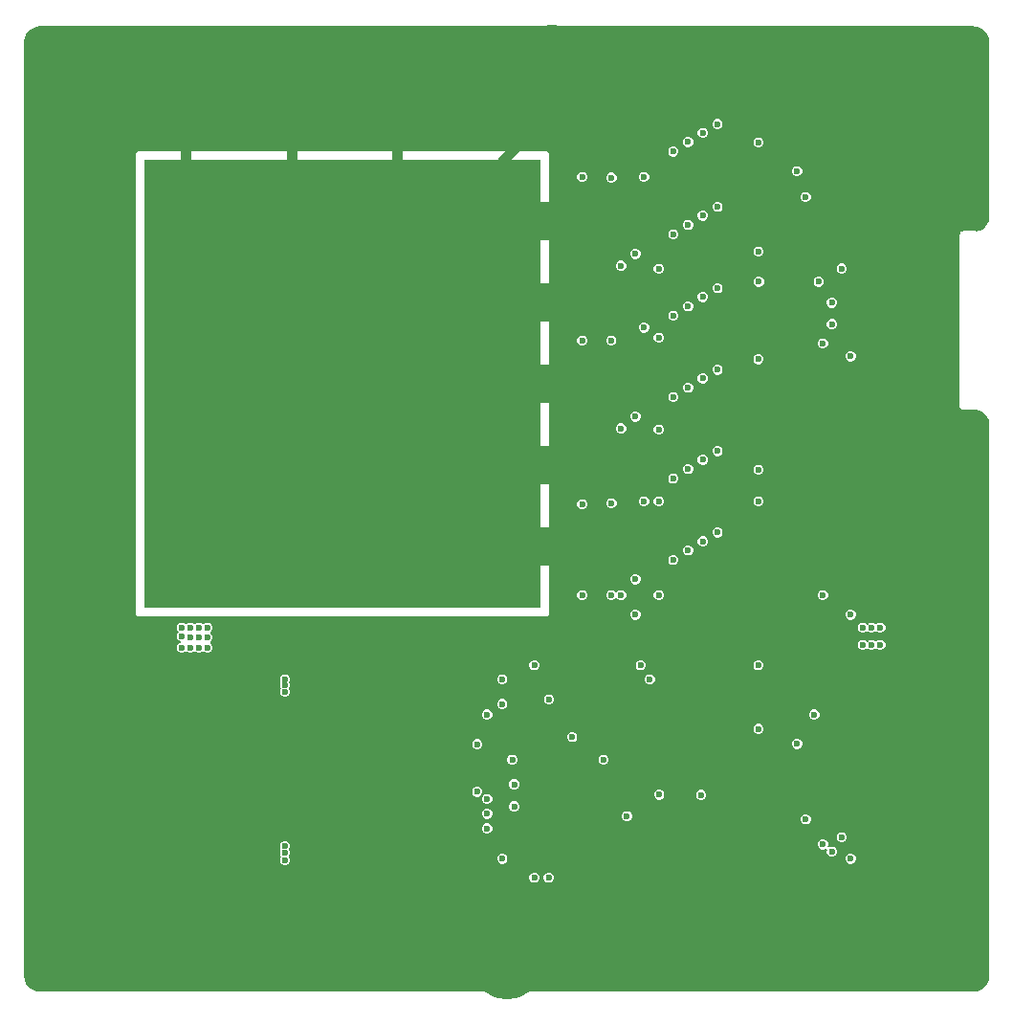
<source format=gbr>
G04*
G04 #@! TF.GenerationSoftware,Altium Limited,Altium Designer,25.8.1 (18)*
G04*
G04 Layer_Physical_Order=2*
G04 Layer_Color=36540*
%FSLAX44Y44*%
%MOMM*%
G71*
G04*
G04 #@! TF.SameCoordinates,68482A9D-35D4-4593-95C8-0FE79975008A*
G04*
G04*
G04 #@! TF.FilePolarity,Positive*
G04*
G01*
G75*
%ADD44C,1.2700*%
%ADD65R,35.0520X39.6240*%
%ADD67C,6.0000*%
%ADD76C,0.9000*%
%ADD83C,0.8000*%
%ADD84C,0.7000*%
%ADD85C,0.6000*%
G36*
X12000Y852176D02*
X836783D01*
X838000Y852176D01*
X838050Y852178D01*
X839272Y852057D01*
X841682Y851740D01*
X845113Y850319D01*
X848059Y848058D01*
X850319Y845112D01*
X851740Y841682D01*
X852206Y838148D01*
X852176Y838000D01*
Y684290D01*
X852176Y683057D01*
X852178Y683022D01*
X852043Y681806D01*
X851792Y679898D01*
X850572Y676954D01*
X848632Y674425D01*
X846104Y672485D01*
X843160Y671266D01*
X840096Y670862D01*
X840000Y670882D01*
X828860D01*
X827779Y670667D01*
X826863Y670054D01*
X826251Y669138D01*
X826036Y668057D01*
Y515497D01*
X826251Y514416D01*
X826863Y513500D01*
X827779Y512888D01*
X828860Y512673D01*
X840000D01*
X840096Y512692D01*
X843160Y512289D01*
X846104Y511069D01*
X848632Y509129D01*
X850572Y506601D01*
X851792Y503657D01*
X852195Y500593D01*
X852176Y500497D01*
Y13233D01*
X852176Y12000D01*
X852177Y11965D01*
X852059Y10743D01*
X851740Y8318D01*
X850319Y4888D01*
X848058Y1942D01*
X845112Y-319D01*
X841682Y-1740D01*
X838148Y-2205D01*
X838000Y-2176D01*
X13218D01*
X12000Y-2176D01*
X11950Y-2177D01*
X10729Y-2057D01*
X8318Y-1740D01*
X4888Y-319D01*
X1942Y1942D01*
X-319Y4888D01*
X-1740Y8319D01*
X-2205Y11852D01*
X-2176Y12000D01*
Y836783D01*
X-2176Y838000D01*
X-2177Y838050D01*
X-2057Y839272D01*
X-1740Y841682D01*
X-319Y845113D01*
X1942Y848059D01*
X4888Y850319D01*
X8319Y851740D01*
X11852Y852206D01*
X12000Y852176D01*
D02*
G37*
%LPC*%
G36*
X823842Y840620D02*
X821845Y840620D01*
X822542Y838937D01*
X820195Y837965D01*
X819498Y839648D01*
X818085Y838235D01*
X817248Y836214D01*
X817248Y834216D01*
X818931Y834913D01*
X819903Y832567D01*
X818220Y831870D01*
X819633Y830457D01*
X821654Y829620D01*
X823652Y829620D01*
X822955Y831302D01*
X825301Y832274D01*
X825998Y830592D01*
X827411Y832004D01*
X828248Y834026D01*
X828248Y836023D01*
X826566Y835327D01*
X825594Y837673D01*
X827276Y838370D01*
X825864Y839782D01*
X823842Y840620D01*
D02*
G37*
G36*
X45842D02*
X43845Y840620D01*
X44542Y838937D01*
X42195Y837965D01*
X41498Y839648D01*
X40788Y838937D01*
X40086Y838235D01*
X39248Y836214D01*
X39248Y834216D01*
X40931Y834913D01*
X41903Y832567D01*
X40220Y831870D01*
X41633Y830457D01*
X43654Y829620D01*
X45652Y829620D01*
X44955Y831302D01*
X47301Y832274D01*
X47998Y830592D01*
X49411Y832004D01*
X50248Y834026D01*
X50248Y836023D01*
X48566Y835327D01*
X47594Y837673D01*
X49276Y838370D01*
X47864Y839782D01*
X45842Y840620D01*
D02*
G37*
G36*
X804340Y840620D02*
X803899Y840513D01*
X802136Y839783D01*
X800724Y838370D01*
X802406Y837673D01*
X801434Y835327D01*
X799752Y836023D01*
X799752Y834026D01*
X800589Y832004D01*
X802002Y830592D01*
X802699Y832274D01*
X805045Y831302D01*
X804348Y829620D01*
X806346Y829620D01*
X808367Y830457D01*
X809780Y831870D01*
X808097Y832567D01*
X809069Y834913D01*
X810752Y834216D01*
X810752Y836214D01*
X809914Y838235D01*
X808502Y839648D01*
X807805Y837965D01*
X805459Y838937D01*
X806155Y840620D01*
D01*
X804340Y840620D01*
D02*
G37*
G36*
X26158D02*
X24136Y839783D01*
X22724Y838370D01*
X24406Y837673D01*
X23434Y835327D01*
X21752Y836023D01*
X21752Y834026D01*
X22589Y832004D01*
X24002Y830592D01*
X24699Y832274D01*
X27045Y831302D01*
X26348Y829620D01*
X28346Y829620D01*
X30367Y830457D01*
X31780Y831870D01*
X30097Y832567D01*
X31069Y834913D01*
X32752Y834216D01*
X32752Y836214D01*
X31915Y838235D01*
X30502Y839648D01*
X29805Y837965D01*
X27459Y838937D01*
X28155Y840620D01*
X26158Y840620D01*
D02*
G37*
G36*
X838370Y827276D02*
X838189Y826840D01*
X838731Y826915D01*
X838370Y827276D01*
D02*
G37*
G36*
X793974Y828248D02*
X791977Y828248D01*
X792673Y826566D01*
X790327Y825594D01*
X789630Y827276D01*
X788217Y825864D01*
X787380Y823842D01*
X787380Y821845D01*
X789063Y822542D01*
X790035Y820195D01*
X788352Y819498D01*
X789765Y818085D01*
X791786Y817248D01*
X793784Y817248D01*
X793087Y818931D01*
X795433Y819903D01*
X796130Y818220D01*
X797543Y819633D01*
X798380Y821654D01*
X798380Y823652D01*
X796698Y822955D01*
X795726Y825301D01*
X797408Y825998D01*
X795996Y827411D01*
X793974Y828248D01*
D02*
G37*
G36*
X15974D02*
X13977Y828248D01*
X14674Y826566D01*
X12327Y825594D01*
X11630Y827276D01*
X10217Y825864D01*
X9380Y823842D01*
X9380Y821845D01*
X11063Y822542D01*
X12035Y820195D01*
X10352Y819498D01*
X11765Y818085D01*
X13786Y817248D01*
X15784Y817248D01*
X15087Y818931D01*
X17433Y819903D01*
X18130Y818220D01*
X19543Y819633D01*
X20380Y821654D01*
X20380Y823652D01*
X18698Y822955D01*
X17726Y825301D01*
X19408Y825998D01*
X17996Y827411D01*
X15974Y828248D01*
D02*
G37*
G36*
X834026D02*
X832004Y827411D01*
X830592Y825998D01*
X832274Y825301D01*
X831302Y822955D01*
X829620Y823652D01*
X829620Y821654D01*
X830457Y819633D01*
X831870Y818220D01*
X832567Y819903D01*
X834913Y818931D01*
X834216Y817248D01*
X836214Y817248D01*
X838235Y818085D01*
X839648Y819498D01*
X837965Y820195D01*
X838937Y822542D01*
X840620Y821845D01*
X840620Y823842D01*
X839783Y825864D01*
X839000Y826646D01*
X838109D01*
X837673Y825594D01*
X835327Y826566D01*
X836023Y828248D01*
X834026Y828248D01*
D02*
G37*
G36*
X56026D02*
X54004Y827411D01*
X52592Y825998D01*
X54274Y825301D01*
X53302Y822955D01*
X51620Y823652D01*
X51620Y821654D01*
X52457Y819633D01*
X53870Y818220D01*
X54567Y819903D01*
X56913Y818931D01*
X56216Y817248D01*
X58214Y817248D01*
X60235Y818085D01*
X61648Y819498D01*
X59965Y820195D01*
X60937Y822542D01*
X62620Y821845D01*
X62620Y823842D01*
X61783Y825864D01*
X60370Y827276D01*
X59673Y825594D01*
X57326Y826566D01*
X58023Y828248D01*
X56026Y828248D01*
D02*
G37*
G36*
X836214Y810752D02*
X834216Y810752D01*
X834913Y809069D01*
X832567Y808097D01*
X831870Y809780D01*
X830457Y808367D01*
X829620Y806346D01*
X829620Y804348D01*
X831302Y805045D01*
X832274Y802699D01*
X830592Y802002D01*
X832004Y800589D01*
X834026Y799752D01*
X836023Y799752D01*
X835327Y801434D01*
X837673Y802406D01*
X838370Y800724D01*
X839782Y802136D01*
X840620Y804158D01*
X840620Y806155D01*
X838937Y805459D01*
X837965Y807805D01*
X839648Y808502D01*
X838235Y809914D01*
X836214Y810752D01*
D02*
G37*
G36*
X58214D02*
X56216Y810752D01*
X56913Y809069D01*
X54567Y808097D01*
X53870Y809780D01*
X52457Y808367D01*
X51620Y806346D01*
X51620Y804348D01*
X53302Y805045D01*
X54274Y802699D01*
X52592Y802002D01*
X54004Y800589D01*
X56026Y799752D01*
X58023Y799752D01*
X57326Y801434D01*
X59673Y802406D01*
X60370Y800724D01*
X61783Y802136D01*
X62620Y804158D01*
X62620Y806155D01*
X60937Y805459D01*
X59965Y807805D01*
X61648Y808502D01*
X60235Y809914D01*
X58214Y810752D01*
D02*
G37*
G36*
X791786D02*
X789765Y809914D01*
X788352Y808502D01*
X790035Y807805D01*
X789063Y805459D01*
X787380Y806155D01*
X787380Y804158D01*
X788217Y802136D01*
X789630Y800724D01*
X790327Y802406D01*
X792673Y801434D01*
X791977Y799752D01*
X793974Y799752D01*
X795996Y800589D01*
X797408Y802002D01*
X795726Y802699D01*
X796698Y805045D01*
X798380Y804348D01*
X798380Y806346D01*
X797543Y808367D01*
X796130Y809780D01*
X795433Y808097D01*
X793087Y809069D01*
X793784Y810752D01*
X791786Y810752D01*
D02*
G37*
G36*
X13786D02*
X11765Y809914D01*
X10352Y808502D01*
X12035Y807805D01*
X11063Y805459D01*
X9380Y806155D01*
X9380Y804158D01*
X10217Y802136D01*
X11630Y800724D01*
X12327Y802406D01*
X14674Y801434D01*
X13977Y799752D01*
X15974Y799752D01*
X17996Y800589D01*
X19408Y802002D01*
X17726Y802699D01*
X18698Y805045D01*
X20380Y804348D01*
X20380Y806346D01*
X19543Y808367D01*
X18130Y809780D01*
X17433Y808097D01*
X15087Y809069D01*
X15784Y810752D01*
X13786Y810752D01*
D02*
G37*
G36*
X806346Y798380D02*
X804348Y798380D01*
X805045Y796698D01*
X802699Y795726D01*
X802002Y797408D01*
X800589Y795996D01*
X799752Y793974D01*
X799752Y791977D01*
X801434Y792673D01*
X802406Y790327D01*
X800724Y789630D01*
X802136Y788217D01*
X804158Y787380D01*
X806155Y787380D01*
X805459Y789063D01*
X807805Y790035D01*
X808502Y788352D01*
X809914Y789765D01*
X810752Y791786D01*
X810752Y793784D01*
X809069Y793087D01*
X808097Y795433D01*
X809780Y796130D01*
X808367Y797543D01*
X806346Y798380D01*
D02*
G37*
G36*
X28346D02*
X26348Y798380D01*
X27045Y796698D01*
X24699Y795726D01*
X24002Y797408D01*
X22589Y795996D01*
X21752Y793974D01*
X21752Y791977D01*
X23434Y792673D01*
X24406Y790327D01*
X22724Y789630D01*
X24136Y788217D01*
X26158Y787380D01*
X28155Y787380D01*
X27459Y789063D01*
X29805Y790035D01*
X30502Y788352D01*
X31915Y789765D01*
X32752Y791786D01*
X32752Y793784D01*
X31069Y793087D01*
X30097Y795433D01*
X31780Y796130D01*
X30367Y797543D01*
X28346Y798380D01*
D02*
G37*
G36*
X821654Y798380D02*
X819633Y797543D01*
X818220Y796130D01*
X819903Y795433D01*
X818931Y793087D01*
X817248Y793784D01*
X817248Y791786D01*
X818085Y789765D01*
X819498Y788352D01*
X820195Y790035D01*
X822542Y789063D01*
X821845Y787380D01*
X823842Y787380D01*
X825864Y788217D01*
X827276Y789630D01*
X825594Y790327D01*
X826566Y792673D01*
X828248Y791977D01*
X828248Y793974D01*
X827411Y795996D01*
X826709Y796698D01*
X825998Y797408D01*
X825301Y795726D01*
X822955Y796698D01*
X823652Y798380D01*
X821654Y798380D01*
D02*
G37*
G36*
X43654D02*
X41633Y797543D01*
X40220Y796130D01*
X41903Y795433D01*
X40931Y793087D01*
X39248Y793784D01*
X39248Y791786D01*
X40086Y789765D01*
X41498Y788352D01*
X42195Y790035D01*
X44542Y789063D01*
X43845Y787380D01*
X45842Y787380D01*
X47864Y788217D01*
X49276Y789630D01*
X47594Y790327D01*
X48566Y792673D01*
X50248Y791977D01*
X50248Y793974D01*
X49411Y795996D01*
X47998Y797408D01*
X47301Y795726D01*
X44955Y796698D01*
X45652Y798380D01*
X43654Y798380D01*
D02*
G37*
G36*
X612345Y770129D02*
X610555D01*
X608901Y769444D01*
X607635Y768178D01*
X606950Y766524D01*
Y764734D01*
X607635Y763080D01*
X608901Y761814D01*
X610555Y761129D01*
X612345D01*
X613999Y761814D01*
X615265Y763080D01*
X615950Y764734D01*
Y766524D01*
X615265Y768178D01*
X613999Y769444D01*
X612345Y770129D01*
D02*
G37*
G36*
X599345Y762310D02*
X597555D01*
X595901Y761625D01*
X594635Y760359D01*
X593950Y758705D01*
Y756915D01*
X594635Y755261D01*
X595901Y753995D01*
X597555Y753310D01*
X599345D01*
X600999Y753995D01*
X602265Y755261D01*
X602950Y756915D01*
Y758705D01*
X602265Y760359D01*
X600999Y761625D01*
X599345Y762310D01*
D02*
G37*
G36*
X586345Y754163D02*
X584555D01*
X582901Y753478D01*
X581635Y752212D01*
X580950Y750558D01*
Y748768D01*
X581635Y747114D01*
X582901Y745848D01*
X584555Y745163D01*
X586345D01*
X587999Y745848D01*
X589265Y747114D01*
X589950Y748768D01*
Y750558D01*
X589265Y752212D01*
X587999Y753478D01*
X586345Y754163D01*
D02*
G37*
G36*
X648595Y753800D02*
X646805D01*
X645151Y753115D01*
X643885Y751849D01*
X643200Y750195D01*
Y748405D01*
X643885Y746751D01*
X645151Y745485D01*
X646805Y744800D01*
X648595D01*
X650249Y745485D01*
X651515Y746751D01*
X652200Y748405D01*
Y750195D01*
X651515Y751849D01*
X650249Y753115D01*
X648595Y753800D01*
D02*
G37*
G36*
X573345Y745800D02*
X571555D01*
X569901Y745115D01*
X568635Y743849D01*
X567950Y742195D01*
Y740405D01*
X568635Y738751D01*
X569901Y737485D01*
X571555Y736800D01*
X573345D01*
X574999Y737485D01*
X576265Y738751D01*
X576950Y740405D01*
Y742195D01*
X576265Y743849D01*
X574999Y745115D01*
X573345Y745800D01*
D02*
G37*
G36*
X682885Y728400D02*
X681095D01*
X679441Y727715D01*
X678175Y726449D01*
X677490Y724795D01*
Y723005D01*
X678175Y721351D01*
X679441Y720085D01*
X681095Y719400D01*
X682885D01*
X684539Y720085D01*
X685805Y721351D01*
X686490Y723005D01*
Y724795D01*
X685805Y726449D01*
X684539Y727715D01*
X682885Y728400D01*
D02*
G37*
G36*
X547345Y723320D02*
X545555D01*
X543901Y722635D01*
X542635Y721369D01*
X541950Y719715D01*
Y717925D01*
X542635Y716271D01*
X543901Y715005D01*
X545555Y714320D01*
X547345D01*
X548999Y715005D01*
X550265Y716271D01*
X550950Y717925D01*
Y719715D01*
X550265Y721369D01*
X548999Y722635D01*
X547345Y723320D01*
D02*
G37*
G36*
X492535D02*
X490745D01*
X489091Y722635D01*
X487825Y721369D01*
X487140Y719715D01*
Y717925D01*
X487825Y716271D01*
X489091Y715005D01*
X490745Y714320D01*
X492535D01*
X494189Y715005D01*
X495455Y716271D01*
X496140Y717925D01*
Y719715D01*
X495455Y721369D01*
X494189Y722635D01*
X492535Y723320D01*
D02*
G37*
G36*
X518545Y722540D02*
X516755D01*
X515101Y721855D01*
X513835Y720589D01*
X513150Y718935D01*
Y717145D01*
X513835Y715491D01*
X515101Y714225D01*
X516755Y713540D01*
X518545D01*
X520199Y714225D01*
X521465Y715491D01*
X522150Y717145D01*
Y718935D01*
X521465Y720589D01*
X520199Y721855D01*
X518545Y722540D01*
D02*
G37*
G36*
X690505Y705540D02*
X688715D01*
X687061Y704855D01*
X685795Y703589D01*
X685110Y701935D01*
Y700145D01*
X685795Y698491D01*
X687061Y697225D01*
X688715Y696540D01*
X690505D01*
X692159Y697225D01*
X693425Y698491D01*
X694110Y700145D01*
Y701935D01*
X693425Y703589D01*
X692159Y704855D01*
X690505Y705540D01*
D02*
G37*
G36*
X612345Y696849D02*
X610555D01*
X608901Y696164D01*
X607635Y694898D01*
X606950Y693244D01*
Y691454D01*
X607635Y689800D01*
X608901Y688534D01*
X610555Y687849D01*
X612345D01*
X613999Y688534D01*
X615265Y689800D01*
X615950Y691454D01*
Y693244D01*
X615265Y694898D01*
X613999Y696164D01*
X612345Y696849D01*
D02*
G37*
G36*
X599345Y689030D02*
X597555D01*
X595901Y688345D01*
X594635Y687079D01*
X593950Y685425D01*
Y683635D01*
X594635Y681981D01*
X595901Y680715D01*
X597555Y680030D01*
X599345D01*
X600999Y680715D01*
X602265Y681981D01*
X602950Y683635D01*
Y685425D01*
X602265Y687079D01*
X600999Y688345D01*
X599345Y689030D01*
D02*
G37*
G36*
X586345Y680883D02*
X584555D01*
X582901Y680198D01*
X581635Y678932D01*
X580950Y677278D01*
Y675488D01*
X581635Y673834D01*
X582901Y672568D01*
X584555Y671883D01*
X586345D01*
X587999Y672568D01*
X589265Y673834D01*
X589950Y675488D01*
Y677278D01*
X589265Y678932D01*
X587999Y680198D01*
X586345Y680883D01*
D02*
G37*
G36*
X573345Y672520D02*
X571555D01*
X569901Y671835D01*
X568635Y670569D01*
X567950Y668915D01*
Y667125D01*
X568635Y665471D01*
X569901Y664205D01*
X571555Y663520D01*
X573345D01*
X574999Y664205D01*
X576265Y665471D01*
X576950Y667125D01*
Y668915D01*
X576265Y670569D01*
X574999Y671835D01*
X573345Y672520D01*
D02*
G37*
G36*
X648595Y657280D02*
X646805D01*
X645151Y656595D01*
X643885Y655329D01*
X643200Y653675D01*
Y651885D01*
X643885Y650231D01*
X645151Y648965D01*
X646805Y648280D01*
X648595D01*
X650249Y648965D01*
X651515Y650231D01*
X652200Y651885D01*
Y653675D01*
X651515Y655329D01*
X650249Y656595D01*
X648595Y657280D01*
D02*
G37*
G36*
X539793Y655306D02*
X538003D01*
X536349Y654621D01*
X535083Y653355D01*
X534398Y651701D01*
Y649911D01*
X535083Y648257D01*
X536349Y646991D01*
X538003Y646306D01*
X539793D01*
X541447Y646991D01*
X542713Y648257D01*
X543398Y649911D01*
Y651701D01*
X542713Y653355D01*
X541447Y654621D01*
X539793Y655306D01*
D02*
G37*
G36*
X527215Y644811D02*
X525425D01*
X523771Y644126D01*
X522505Y642860D01*
X521820Y641206D01*
Y639416D01*
X522505Y637762D01*
X523771Y636496D01*
X525425Y635811D01*
X527215D01*
X528869Y636496D01*
X530135Y637762D01*
X530820Y639416D01*
Y641206D01*
X530135Y642860D01*
X528869Y644126D01*
X527215Y644811D01*
D02*
G37*
G36*
X722275Y642188D02*
X720485D01*
X718831Y641503D01*
X717565Y640237D01*
X716880Y638583D01*
Y636793D01*
X717565Y635139D01*
X718831Y633873D01*
X720485Y633188D01*
X722275D01*
X723929Y633873D01*
X725195Y635139D01*
X725880Y636793D01*
Y638583D01*
X725195Y640237D01*
X723929Y641503D01*
X722275Y642188D01*
D02*
G37*
G36*
X560345Y642040D02*
X558555D01*
X556901Y641355D01*
X555635Y640089D01*
X554950Y638435D01*
Y636645D01*
X555635Y634991D01*
X556901Y633725D01*
X558555Y633040D01*
X560345D01*
X561999Y633725D01*
X563265Y634991D01*
X563950Y636645D01*
Y638435D01*
X563265Y640089D01*
X561999Y641355D01*
X560345Y642040D01*
D02*
G37*
G36*
X702025Y630538D02*
X700235D01*
X698581Y629852D01*
X697315Y628587D01*
X696630Y626933D01*
Y625143D01*
X697315Y623489D01*
X698581Y622223D01*
X700235Y621538D01*
X702025D01*
X703679Y622223D01*
X704945Y623489D01*
X705630Y625143D01*
Y626933D01*
X704945Y628587D01*
X703679Y629852D01*
X702025Y630538D01*
D02*
G37*
G36*
X648906D02*
X647115D01*
X645462Y629852D01*
X644196Y628587D01*
X643511Y626933D01*
Y625143D01*
X644196Y623489D01*
X645462Y622223D01*
X647115Y621538D01*
X648906D01*
X650560Y622223D01*
X651825Y623489D01*
X652511Y625143D01*
Y626933D01*
X651825Y628587D01*
X650560Y629852D01*
X648906Y630538D01*
D02*
G37*
G36*
X612345Y624849D02*
X610555D01*
X608901Y624164D01*
X607635Y622898D01*
X606950Y621244D01*
Y619454D01*
X607635Y617800D01*
X608901Y616534D01*
X610555Y615849D01*
X612345D01*
X613999Y616534D01*
X615265Y617800D01*
X615950Y619454D01*
Y621244D01*
X615265Y622898D01*
X613999Y624164D01*
X612345Y624849D01*
D02*
G37*
G36*
X599345Y617030D02*
X597555D01*
X595901Y616345D01*
X594635Y615079D01*
X593950Y613425D01*
Y611635D01*
X594635Y609981D01*
X595901Y608715D01*
X597555Y608030D01*
X599345D01*
X600999Y608715D01*
X602265Y609981D01*
X602950Y611635D01*
Y613425D01*
X602265Y615079D01*
X600999Y616345D01*
X599345Y617030D01*
D02*
G37*
G36*
X713525Y612038D02*
X711735D01*
X710081Y611353D01*
X708815Y610087D01*
X708130Y608433D01*
Y606642D01*
X708815Y604989D01*
X710081Y603723D01*
X711735Y603038D01*
X713525D01*
X715179Y603723D01*
X716445Y604989D01*
X717130Y606642D01*
Y608433D01*
X716445Y610087D01*
X715179Y611353D01*
X713525Y612038D01*
D02*
G37*
G36*
X586345Y608883D02*
X584555D01*
X582901Y608198D01*
X581635Y606932D01*
X580950Y605278D01*
Y603488D01*
X581635Y601834D01*
X582901Y600568D01*
X584555Y599883D01*
X586345D01*
X587999Y600568D01*
X589265Y601834D01*
X589950Y603488D01*
Y605278D01*
X589265Y606932D01*
X587999Y608198D01*
X586345Y608883D01*
D02*
G37*
G36*
X573345Y600520D02*
X571555D01*
X569901Y599835D01*
X568635Y598569D01*
X567950Y596915D01*
Y595125D01*
X568635Y593471D01*
X569901Y592205D01*
X571555Y591520D01*
X573345D01*
X574999Y592205D01*
X576265Y593471D01*
X576950Y595125D01*
Y596915D01*
X576265Y598569D01*
X574999Y599835D01*
X573345Y600520D01*
D02*
G37*
G36*
X713525Y593037D02*
X711735D01*
X710081Y592352D01*
X708815Y591087D01*
X708130Y589433D01*
Y587643D01*
X708815Y585989D01*
X710081Y584723D01*
X711735Y584038D01*
X713525D01*
X715179Y584723D01*
X716445Y585989D01*
X717130Y587643D01*
Y589433D01*
X716445Y591087D01*
X715179Y592352D01*
X713525Y593037D01*
D02*
G37*
G36*
X547345Y589970D02*
X545555D01*
X543901Y589285D01*
X542635Y588019D01*
X541950Y586365D01*
Y584575D01*
X542635Y582921D01*
X543901Y581655D01*
X545555Y580970D01*
X547345D01*
X548999Y581655D01*
X550265Y582921D01*
X550950Y584575D01*
Y586365D01*
X550265Y588019D01*
X548999Y589285D01*
X547345Y589970D01*
D02*
G37*
G36*
X560345Y581080D02*
X558555D01*
X556901Y580395D01*
X555635Y579129D01*
X554950Y577475D01*
Y575685D01*
X555635Y574031D01*
X556901Y572765D01*
X558555Y572080D01*
X560345D01*
X561999Y572765D01*
X563265Y574031D01*
X563950Y575685D01*
Y577475D01*
X563265Y579129D01*
X561999Y580395D01*
X560345Y581080D01*
D02*
G37*
G36*
X518374Y578540D02*
X516584D01*
X514930Y577855D01*
X513664Y576589D01*
X512979Y574935D01*
Y573145D01*
X513664Y571491D01*
X514930Y570225D01*
X516584Y569540D01*
X518374D01*
X520028Y570225D01*
X521293Y571491D01*
X521979Y573145D01*
Y574935D01*
X521293Y576589D01*
X520028Y577855D01*
X518374Y578540D01*
D02*
G37*
G36*
X492535D02*
X490745D01*
X489091Y577855D01*
X487825Y576589D01*
X487140Y574935D01*
Y573145D01*
X487825Y571491D01*
X489091Y570225D01*
X490745Y569540D01*
X492535D01*
X494189Y570225D01*
X495455Y571491D01*
X496140Y573145D01*
Y574935D01*
X495455Y576589D01*
X494189Y577855D01*
X492535Y578540D01*
D02*
G37*
G36*
X705745Y576046D02*
X703955D01*
X702301Y575361D01*
X701035Y574095D01*
X700350Y572441D01*
Y570651D01*
X701035Y568997D01*
X702301Y567731D01*
X703955Y567046D01*
X705745D01*
X707399Y567731D01*
X708665Y568997D01*
X709350Y570651D01*
Y572441D01*
X708665Y574095D01*
X707399Y575361D01*
X705745Y576046D01*
D02*
G37*
G36*
X730231Y564570D02*
X728441D01*
X726787Y563885D01*
X725521Y562619D01*
X724836Y560965D01*
Y559175D01*
X725521Y557521D01*
X726787Y556255D01*
X728441Y555570D01*
X730231D01*
X731885Y556255D01*
X733151Y557521D01*
X733836Y559175D01*
Y560965D01*
X733151Y562619D01*
X731885Y563885D01*
X730231Y564570D01*
D02*
G37*
G36*
X648595Y562046D02*
X646805D01*
X645151Y561361D01*
X643885Y560095D01*
X643200Y558441D01*
Y556651D01*
X643885Y554997D01*
X645151Y553731D01*
X646805Y553046D01*
X648595D01*
X650249Y553731D01*
X651515Y554997D01*
X652200Y556651D01*
Y558441D01*
X651515Y560095D01*
X650249Y561361D01*
X648595Y562046D01*
D02*
G37*
G36*
X612345Y552849D02*
X610555D01*
X608901Y552164D01*
X607635Y550898D01*
X606950Y549244D01*
Y547454D01*
X607635Y545800D01*
X608901Y544534D01*
X610555Y543849D01*
X612345D01*
X613999Y544534D01*
X615265Y545800D01*
X615950Y547454D01*
Y549244D01*
X615265Y550898D01*
X613999Y552164D01*
X612345Y552849D01*
D02*
G37*
G36*
X599345Y545030D02*
X597555D01*
X595901Y544345D01*
X594635Y543079D01*
X593950Y541425D01*
Y539635D01*
X594635Y537981D01*
X595901Y536715D01*
X597555Y536030D01*
X599345D01*
X600999Y536715D01*
X602265Y537981D01*
X602950Y539635D01*
Y541425D01*
X602265Y543079D01*
X600999Y544345D01*
X599345Y545030D01*
D02*
G37*
G36*
X586345Y536883D02*
X584555D01*
X582901Y536198D01*
X581635Y534932D01*
X580950Y533278D01*
Y531488D01*
X581635Y529834D01*
X582901Y528568D01*
X584555Y527883D01*
X586345D01*
X587999Y528568D01*
X589265Y529834D01*
X589950Y531488D01*
Y533278D01*
X589265Y534932D01*
X587999Y536198D01*
X586345Y536883D01*
D02*
G37*
G36*
X573345Y528520D02*
X571555D01*
X569901Y527835D01*
X568635Y526569D01*
X567950Y524915D01*
Y523125D01*
X568635Y521471D01*
X569901Y520205D01*
X571555Y519520D01*
X573345D01*
X574999Y520205D01*
X576265Y521471D01*
X576950Y523125D01*
Y524915D01*
X576265Y526569D01*
X574999Y527835D01*
X573345Y528520D01*
D02*
G37*
G36*
X539793Y511306D02*
X538003D01*
X536349Y510621D01*
X535083Y509355D01*
X534398Y507701D01*
Y505911D01*
X535083Y504257D01*
X536349Y502991D01*
X538003Y502306D01*
X539793D01*
X541447Y502991D01*
X542713Y504257D01*
X543398Y505911D01*
Y507701D01*
X542713Y509355D01*
X541447Y510621D01*
X539793Y511306D01*
D02*
G37*
G36*
X527215Y500811D02*
X525425D01*
X523771Y500126D01*
X522505Y498860D01*
X521820Y497206D01*
Y495416D01*
X522505Y493762D01*
X523771Y492496D01*
X525425Y491811D01*
X527215D01*
X528869Y492496D01*
X530135Y493762D01*
X530820Y495416D01*
Y497206D01*
X530135Y498860D01*
X528869Y500126D01*
X527215Y500811D01*
D02*
G37*
G36*
X560345Y499800D02*
X558555D01*
X556901Y499115D01*
X555635Y497849D01*
X554950Y496195D01*
Y494405D01*
X555635Y492751D01*
X556901Y491485D01*
X558555Y490800D01*
X560345D01*
X561999Y491485D01*
X563265Y492751D01*
X563950Y494405D01*
Y496195D01*
X563265Y497849D01*
X561999Y499115D01*
X560345Y499800D01*
D02*
G37*
G36*
X612345Y480849D02*
X610555D01*
X608901Y480164D01*
X607635Y478898D01*
X606950Y477244D01*
Y475454D01*
X607635Y473800D01*
X608901Y472534D01*
X610555Y471849D01*
X612345D01*
X613999Y472534D01*
X615265Y473800D01*
X615950Y475454D01*
Y477244D01*
X615265Y478898D01*
X613999Y480164D01*
X612345Y480849D01*
D02*
G37*
G36*
X599345Y473030D02*
X597555D01*
X595901Y472345D01*
X594635Y471079D01*
X593950Y469425D01*
Y467635D01*
X594635Y465981D01*
X595901Y464715D01*
X597555Y464030D01*
X599345D01*
X600999Y464715D01*
X602265Y465981D01*
X602950Y467635D01*
Y469425D01*
X602265Y471079D01*
X600999Y472345D01*
X599345Y473030D01*
D02*
G37*
G36*
X586345Y464883D02*
X584555D01*
X582901Y464198D01*
X581635Y462932D01*
X580950Y461278D01*
Y459488D01*
X581635Y457834D01*
X582901Y456568D01*
X584555Y455883D01*
X586345D01*
X587999Y456568D01*
X589265Y457834D01*
X589950Y459488D01*
Y461278D01*
X589265Y462932D01*
X587999Y464198D01*
X586345Y464883D01*
D02*
G37*
G36*
X648595Y464240D02*
X646805D01*
X645151Y463555D01*
X643885Y462289D01*
X643200Y460635D01*
Y458845D01*
X643885Y457191D01*
X645151Y455925D01*
X646805Y455240D01*
X648595D01*
X650249Y455925D01*
X651515Y457191D01*
X652200Y458845D01*
Y460635D01*
X651515Y462289D01*
X650249Y463555D01*
X648595Y464240D01*
D02*
G37*
G36*
X573345Y456520D02*
X571555D01*
X569901Y455835D01*
X568635Y454569D01*
X567950Y452915D01*
Y451125D01*
X568635Y449471D01*
X569901Y448205D01*
X571555Y447520D01*
X573345D01*
X574999Y448205D01*
X576265Y449471D01*
X576950Y451125D01*
Y452915D01*
X576265Y454569D01*
X574999Y455835D01*
X573345Y456520D01*
D02*
G37*
G36*
X648595Y436300D02*
X646805D01*
X645151Y435615D01*
X643885Y434349D01*
X643200Y432695D01*
Y430905D01*
X643885Y429251D01*
X645151Y427985D01*
X646805Y427300D01*
X648595D01*
X650249Y427985D01*
X651515Y429251D01*
X652200Y430905D01*
Y432695D01*
X651515Y434349D01*
X650249Y435615D01*
X648595Y436300D01*
D02*
G37*
G36*
X560345D02*
X558555D01*
X556901Y435615D01*
X555635Y434349D01*
X554950Y432695D01*
Y430905D01*
X555635Y429251D01*
X556901Y427985D01*
X558555Y427300D01*
X560345D01*
X561999Y427985D01*
X563265Y429251D01*
X563950Y430905D01*
Y432695D01*
X563265Y434349D01*
X561999Y435615D01*
X560345Y436300D01*
D02*
G37*
G36*
X547345D02*
X545555D01*
X543901Y435615D01*
X542635Y434349D01*
X541950Y432695D01*
Y430905D01*
X542635Y429251D01*
X543901Y427985D01*
X545555Y427300D01*
X547345D01*
X548999Y427985D01*
X550265Y429251D01*
X550950Y430905D01*
Y432695D01*
X550265Y434349D01*
X548999Y435615D01*
X547345Y436300D01*
D02*
G37*
G36*
X518545Y434540D02*
X516755D01*
X515101Y433855D01*
X513835Y432589D01*
X513150Y430935D01*
Y429145D01*
X513835Y427491D01*
X515101Y426225D01*
X516755Y425540D01*
X518545D01*
X520199Y426225D01*
X521465Y427491D01*
X522150Y429145D01*
Y430935D01*
X521465Y432589D01*
X520199Y433855D01*
X518545Y434540D01*
D02*
G37*
G36*
X492535Y433760D02*
X490745D01*
X489091Y433075D01*
X487825Y431809D01*
X487140Y430155D01*
Y428365D01*
X487825Y426711D01*
X489091Y425445D01*
X490745Y424760D01*
X492535D01*
X494189Y425445D01*
X495455Y426711D01*
X496140Y428365D01*
Y430155D01*
X495455Y431809D01*
X494189Y433075D01*
X492535Y433760D01*
D02*
G37*
G36*
X612345Y408849D02*
X610555D01*
X608901Y408164D01*
X607635Y406898D01*
X606950Y405244D01*
Y403454D01*
X607635Y401800D01*
X608901Y400534D01*
X610555Y399849D01*
X612345D01*
X613999Y400534D01*
X615265Y401800D01*
X615950Y403454D01*
Y405244D01*
X615265Y406898D01*
X613999Y408164D01*
X612345Y408849D01*
D02*
G37*
G36*
X599345Y401030D02*
X597555D01*
X595901Y400345D01*
X594635Y399079D01*
X593950Y397425D01*
Y395635D01*
X594635Y393981D01*
X595901Y392715D01*
X597555Y392030D01*
X599345D01*
X600999Y392715D01*
X602265Y393981D01*
X602950Y395635D01*
Y397425D01*
X602265Y399079D01*
X600999Y400345D01*
X599345Y401030D01*
D02*
G37*
G36*
X823842Y390620D02*
X821845Y390620D01*
X822542Y388937D01*
X820195Y387965D01*
X819498Y389648D01*
X818085Y388235D01*
X817248Y386214D01*
X817248Y384216D01*
X818931Y384913D01*
X819903Y382567D01*
X818220Y381870D01*
X819633Y380457D01*
X821654Y379620D01*
X823652Y379620D01*
X822955Y381302D01*
X825301Y382274D01*
X825998Y380592D01*
X827411Y382004D01*
X828248Y384026D01*
X828248Y386023D01*
X826566Y385326D01*
X825594Y387673D01*
X827276Y388370D01*
X825864Y389783D01*
X823842Y390620D01*
D02*
G37*
G36*
X45842D02*
X43845Y390620D01*
X44542Y388937D01*
X42195Y387965D01*
X41498Y389648D01*
X40086Y388235D01*
X39248Y386214D01*
X39248Y384216D01*
X40931Y384913D01*
X41903Y382567D01*
X40220Y381870D01*
X41633Y380457D01*
X43654Y379620D01*
X45652Y379620D01*
X44955Y381302D01*
X47301Y382274D01*
X47998Y380592D01*
X49411Y382004D01*
X50248Y384026D01*
X50248Y386023D01*
X48566Y385326D01*
X47594Y387673D01*
X49276Y388370D01*
X47864Y389783D01*
X45842Y390620D01*
D02*
G37*
G36*
X804158Y390620D02*
X802136Y389783D01*
X800724Y388370D01*
X802406Y387673D01*
X801434Y385326D01*
X799752Y386023D01*
X799752Y384026D01*
X800589Y382004D01*
X802002Y380592D01*
X802699Y382274D01*
X805045Y381302D01*
X804348Y379620D01*
X806346Y379620D01*
X808367Y380457D01*
X809780Y381870D01*
X808097Y382567D01*
X809069Y384913D01*
X810752Y384216D01*
X810752Y386214D01*
X809914Y388235D01*
X808502Y389648D01*
X807805Y387965D01*
X805459Y388937D01*
X806155Y390620D01*
X804158Y390620D01*
D02*
G37*
G36*
X26158D02*
X24136Y389783D01*
X22724Y388370D01*
X24406Y387673D01*
X23434Y385326D01*
X21752Y386023D01*
X21752Y384026D01*
X22589Y382004D01*
X24002Y380592D01*
X24699Y382274D01*
X27045Y381302D01*
X26348Y379620D01*
X28346Y379620D01*
X30367Y380457D01*
X31780Y381870D01*
X30097Y382567D01*
X31069Y384913D01*
X32752Y384216D01*
X32752Y386214D01*
X31915Y388235D01*
X30502Y389648D01*
X29805Y387965D01*
X27459Y388937D01*
X28155Y390620D01*
X26158Y390620D01*
D02*
G37*
G36*
X586345Y392883D02*
X584555D01*
X582901Y392198D01*
X581635Y390932D01*
X580950Y389278D01*
Y387488D01*
X581635Y385834D01*
X582901Y384568D01*
X584555Y383883D01*
X586345D01*
X587999Y384568D01*
X589265Y385834D01*
X589950Y387488D01*
Y389278D01*
X589265Y390932D01*
X587999Y392198D01*
X586345Y392883D01*
D02*
G37*
G36*
X793974Y378248D02*
X791977Y378248D01*
X792673Y376566D01*
X790327Y375594D01*
X789630Y377276D01*
X788217Y375864D01*
X787380Y373842D01*
X787380Y371845D01*
X789063Y372542D01*
X790035Y370195D01*
X788352Y369498D01*
X789765Y368086D01*
X791786Y367248D01*
X793784Y367248D01*
X793087Y368931D01*
X795433Y369903D01*
X796130Y368220D01*
X797543Y369633D01*
X798380Y371654D01*
X798380Y373652D01*
X796698Y372955D01*
X795726Y375301D01*
X797408Y375998D01*
X795996Y377411D01*
X793974Y378248D01*
D02*
G37*
G36*
X15974D02*
X13977Y378248D01*
X14674Y376566D01*
X12327Y375594D01*
X11630Y377276D01*
X10217Y375864D01*
X9380Y373842D01*
X9380Y371845D01*
X11063Y372542D01*
X12035Y370195D01*
X10352Y369498D01*
X11765Y368086D01*
X13786Y367248D01*
X15784Y367248D01*
X15087Y368931D01*
X17433Y369903D01*
X18130Y368220D01*
X19543Y369633D01*
X20380Y371654D01*
X20380Y373652D01*
X18698Y372955D01*
X17726Y375301D01*
X19408Y375998D01*
X17996Y377411D01*
X15974Y378248D01*
D02*
G37*
G36*
X573345Y384520D02*
X571555D01*
X569901Y383835D01*
X568635Y382569D01*
X567950Y380915D01*
Y379125D01*
X568635Y377471D01*
X569901Y376205D01*
X571555Y375520D01*
X573345D01*
X574999Y376205D01*
X576265Y377471D01*
X576950Y379125D01*
Y380915D01*
X576265Y382569D01*
X574999Y383835D01*
X573345Y384520D01*
D02*
G37*
G36*
X834026Y378248D02*
X832004Y377411D01*
X830592Y375998D01*
X832274Y375301D01*
X831302Y372955D01*
X829620Y373652D01*
X829620Y371654D01*
X830457Y369633D01*
X831870Y368220D01*
X832567Y369903D01*
X834913Y368931D01*
X834216Y367248D01*
X836214Y367248D01*
X838235Y368086D01*
X839648Y369498D01*
X837965Y370195D01*
X838937Y372542D01*
X840620Y371845D01*
X840620Y373842D01*
X839783Y375864D01*
X838370Y377276D01*
X837673Y375594D01*
X835327Y376566D01*
X836023Y378248D01*
X834026Y378248D01*
D02*
G37*
G36*
X56026D02*
X54004Y377411D01*
X52592Y375998D01*
X54274Y375301D01*
X53302Y372955D01*
X51620Y373652D01*
X51620Y371654D01*
X52457Y369633D01*
X53870Y368220D01*
X54567Y369903D01*
X56913Y368931D01*
X56216Y367248D01*
X58214Y367248D01*
X60235Y368086D01*
X61648Y369498D01*
X59965Y370195D01*
X60937Y372542D01*
X62620Y371845D01*
X62620Y373842D01*
X61783Y375864D01*
X60370Y377276D01*
X59673Y375594D01*
X57326Y376566D01*
X58023Y378248D01*
X56026Y378248D01*
D02*
G37*
G36*
X539793Y367306D02*
X538003D01*
X536349Y366621D01*
X535083Y365355D01*
X534398Y363701D01*
Y361911D01*
X535083Y360257D01*
X536349Y358991D01*
X538003Y358306D01*
X539793D01*
X541447Y358991D01*
X542713Y360257D01*
X543398Y361911D01*
Y363701D01*
X542713Y365355D01*
X541447Y366621D01*
X539793Y367306D01*
D02*
G37*
G36*
X836214Y360752D02*
X834216Y360752D01*
X834913Y359069D01*
X832567Y358097D01*
X831870Y359780D01*
X830457Y358367D01*
X829620Y356346D01*
X829620Y354348D01*
X831302Y355045D01*
X832274Y352699D01*
X830592Y352002D01*
X832004Y350589D01*
X834026Y349752D01*
X836023Y349752D01*
X835327Y351434D01*
X837673Y352406D01*
X838094Y351390D01*
X839037D01*
X839782Y352136D01*
X840620Y354158D01*
X840620Y356155D01*
X838937Y355458D01*
X837965Y357805D01*
X839648Y358502D01*
X838235Y359915D01*
X836214Y360752D01*
D02*
G37*
G36*
X58214D02*
X56216Y360752D01*
X56913Y359069D01*
X54567Y358097D01*
X53870Y359780D01*
X52457Y358367D01*
X51620Y356346D01*
X51620Y354348D01*
X53302Y355045D01*
X54274Y352699D01*
X52592Y352002D01*
X54004Y350589D01*
X56026Y349752D01*
X58023Y349752D01*
X57326Y351434D01*
X59673Y352406D01*
X60370Y350724D01*
X61783Y352136D01*
X62620Y354158D01*
X62620Y356155D01*
X60937Y355458D01*
X59965Y357805D01*
X61648Y358502D01*
X60235Y359915D01*
X58214Y360752D01*
D02*
G37*
G36*
X791786D02*
X789765Y359915D01*
X788352Y358502D01*
X790035Y357805D01*
X789063Y355458D01*
X787380Y356155D01*
X787380Y354158D01*
X788217Y352136D01*
X789630Y350724D01*
X790327Y352406D01*
X792673Y351434D01*
X791977Y349752D01*
X793974Y349752D01*
X795996Y350589D01*
X797408Y352002D01*
X795726Y352699D01*
X796698Y355045D01*
X798380Y354348D01*
X798380Y356346D01*
X797543Y358367D01*
X796130Y359780D01*
X795433Y358097D01*
X793087Y359069D01*
X793784Y360752D01*
X791786Y360752D01*
D02*
G37*
G36*
X13786D02*
X11765Y359915D01*
X10352Y358502D01*
X12035Y357805D01*
X11063Y355458D01*
X9380Y356155D01*
X9380Y354158D01*
X10217Y352136D01*
X11630Y350724D01*
X12327Y352406D01*
X14674Y351434D01*
X13977Y349752D01*
X15974Y349752D01*
X17996Y350589D01*
X19408Y352002D01*
X17726Y352699D01*
X18698Y355045D01*
X20380Y354348D01*
X20380Y356346D01*
X19543Y358367D01*
X18130Y359780D01*
X17433Y358097D01*
X15087Y359069D01*
X15784Y360752D01*
X13786Y360752D01*
D02*
G37*
G36*
X527215Y353310D02*
X525425D01*
X523771Y352625D01*
X522742Y351595D01*
X521985Y351455D01*
X521228Y351595D01*
X520199Y352625D01*
X518545Y353310D01*
X516755D01*
X515101Y352625D01*
X513835Y351359D01*
X513150Y349705D01*
Y347915D01*
X513835Y346261D01*
X515101Y344995D01*
X516755Y344310D01*
X518545D01*
X520199Y344995D01*
X521228Y346025D01*
X521985Y346165D01*
X522742Y346025D01*
X523771Y344995D01*
X525425Y344310D01*
X527215D01*
X528869Y344995D01*
X530135Y346261D01*
X530820Y347915D01*
Y349705D01*
X530135Y351359D01*
X528869Y352625D01*
X527215Y353310D01*
D02*
G37*
G36*
X838172Y351201D02*
X838370Y350724D01*
X838766Y351119D01*
X838172Y351201D01*
D02*
G37*
G36*
X806346Y348380D02*
X804348Y348380D01*
X805045Y346698D01*
X802699Y345726D01*
X802002Y347408D01*
X800589Y345996D01*
X799752Y343974D01*
X799752Y341977D01*
X801434Y342673D01*
X802406Y340327D01*
X800724Y339630D01*
X802136Y338218D01*
X804158Y337380D01*
X806155Y337380D01*
X805459Y339063D01*
X807805Y340035D01*
X808502Y338352D01*
X809914Y339765D01*
X810752Y341786D01*
X810752Y343784D01*
X809069Y343087D01*
X808097Y345433D01*
X809780Y346130D01*
X808367Y347543D01*
X806346Y348380D01*
D02*
G37*
G36*
X28346D02*
X26348Y348380D01*
X27045Y346698D01*
X24699Y345726D01*
X24002Y347408D01*
X22589Y345996D01*
X21752Y343974D01*
X21752Y341977D01*
X23434Y342673D01*
X24406Y340327D01*
X22724Y339630D01*
X24136Y338218D01*
X26158Y337380D01*
X28155Y337380D01*
X27459Y339063D01*
X29805Y340035D01*
X30502Y338352D01*
X31915Y339765D01*
X32752Y341786D01*
X32752Y343784D01*
X31069Y343087D01*
X30097Y345433D01*
X31780Y346130D01*
X30367Y347543D01*
X28346Y348380D01*
D02*
G37*
G36*
X705745Y353310D02*
X703955D01*
X702301Y352625D01*
X701035Y351359D01*
X700350Y349705D01*
Y347915D01*
X701035Y346261D01*
X702301Y344995D01*
X703955Y344310D01*
X705745D01*
X707399Y344995D01*
X708665Y346261D01*
X709350Y347915D01*
Y349705D01*
X708665Y351359D01*
X707399Y352625D01*
X705745Y353310D01*
D02*
G37*
G36*
X560345D02*
X558555D01*
X556901Y352625D01*
X555635Y351359D01*
X554950Y349705D01*
Y347915D01*
X555635Y346261D01*
X556901Y344995D01*
X558555Y344310D01*
X560345D01*
X561999Y344995D01*
X563265Y346261D01*
X563950Y347915D01*
Y349705D01*
X563265Y351359D01*
X561999Y352625D01*
X560345Y353310D01*
D02*
G37*
G36*
X492535D02*
X490745D01*
X489091Y352625D01*
X487825Y351359D01*
X487140Y349705D01*
Y347915D01*
X487825Y346261D01*
X489091Y344995D01*
X490745Y344310D01*
X492535D01*
X494189Y344995D01*
X495455Y346261D01*
X496140Y347915D01*
Y349705D01*
X495455Y351359D01*
X494189Y352625D01*
X492535Y353310D01*
D02*
G37*
G36*
X821654Y348380D02*
X819633Y347543D01*
X818220Y346130D01*
X819903Y345433D01*
X818931Y343087D01*
X817248Y343784D01*
X817248Y341786D01*
X818085Y339765D01*
X819498Y338352D01*
X820195Y340035D01*
X822542Y339063D01*
X821845Y337380D01*
X823842Y337380D01*
X825864Y338217D01*
X827276Y339630D01*
X825594Y340327D01*
X826566Y342673D01*
X828248Y341977D01*
X828248Y343974D01*
X827411Y345996D01*
X825998Y347408D01*
X825301Y345726D01*
X822955Y346698D01*
X823652Y348380D01*
X821654Y348380D01*
D02*
G37*
G36*
X43654D02*
X41633Y347543D01*
X40220Y346130D01*
X41903Y345433D01*
X40931Y343087D01*
X39248Y343784D01*
X39248Y341786D01*
X40086Y339765D01*
X41498Y338352D01*
X42195Y340035D01*
X44542Y339063D01*
X43845Y337380D01*
X45842Y337380D01*
X47864Y338217D01*
X49276Y339630D01*
X47594Y340327D01*
X48566Y342673D01*
X50248Y341977D01*
X50248Y343974D01*
X49411Y345996D01*
X47998Y347408D01*
X47301Y345726D01*
X44955Y346698D01*
X45652Y348380D01*
X43654Y348380D01*
D02*
G37*
G36*
X459740Y741689D02*
X99060D01*
X98085Y741495D01*
X97258Y740942D01*
X96705Y740115D01*
X96511Y739140D01*
Y332740D01*
X96705Y331765D01*
X97258Y330938D01*
X98085Y330385D01*
X99060Y330191D01*
X459740D01*
X460715Y330385D01*
X461542Y330938D01*
X462095Y331765D01*
X462289Y332740D01*
X462289Y739140D01*
X462095Y740115D01*
X461542Y740942D01*
X460715Y741495D01*
X459740Y741689D01*
D02*
G37*
G36*
X730231Y335970D02*
X728441D01*
X726787Y335285D01*
X725521Y334019D01*
X724836Y332365D01*
Y330575D01*
X725521Y328921D01*
X726787Y327655D01*
X728441Y326970D01*
X730231D01*
X731885Y327655D01*
X733151Y328921D01*
X733836Y330575D01*
Y332365D01*
X733151Y334019D01*
X731885Y335285D01*
X730231Y335970D01*
D02*
G37*
G36*
X539845D02*
X538055D01*
X536401Y335285D01*
X535135Y334019D01*
X534450Y332365D01*
Y330575D01*
X535135Y328921D01*
X536401Y327655D01*
X538055Y326970D01*
X539845D01*
X541499Y327655D01*
X542765Y328921D01*
X543450Y330575D01*
Y332365D01*
X542765Y334019D01*
X541499Y335285D01*
X539845Y335970D01*
D02*
G37*
G36*
X756545Y324540D02*
X754755D01*
X753101Y323855D01*
X751840Y322594D01*
X750579Y323855D01*
X748925Y324540D01*
X747135D01*
X745481Y323855D01*
X744880Y323254D01*
X744050Y322699D01*
X743221Y323254D01*
X742620Y323855D01*
X740966Y324540D01*
X739175D01*
X737522Y323855D01*
X736256Y322589D01*
X735571Y320935D01*
Y319145D01*
X736256Y317491D01*
X737522Y316225D01*
X739175Y315540D01*
X740966D01*
X742620Y316225D01*
X743221Y316826D01*
X744050Y317381D01*
X744880Y316826D01*
X745481Y316225D01*
X747135Y315540D01*
X748925D01*
X750579Y316225D01*
X751840Y317486D01*
X753101Y316225D01*
X754755Y315540D01*
X756545D01*
X758199Y316225D01*
X759465Y317491D01*
X760150Y319145D01*
Y320935D01*
X759465Y322589D01*
X758199Y323855D01*
X756545Y324540D01*
D02*
G37*
G36*
X160915D02*
X159125D01*
X157471Y323855D01*
X156210Y322594D01*
X154949Y323855D01*
X153295Y324540D01*
X151505D01*
X149851Y323855D01*
X148710Y322714D01*
X147569Y323855D01*
X145915Y324540D01*
X144125D01*
X142471Y323855D01*
X141920Y323304D01*
X141090Y322676D01*
X140260Y323304D01*
X139709Y323855D01*
X138055Y324540D01*
X136265D01*
X134611Y323855D01*
X133345Y322589D01*
X132660Y320935D01*
Y319145D01*
X133345Y317491D01*
X134606Y316230D01*
X133345Y314969D01*
X132660Y313315D01*
Y311525D01*
X133345Y309871D01*
X134611Y308605D01*
X136132Y307975D01*
X136201Y307340D01*
X136132Y306705D01*
X134611Y306075D01*
X133345Y304809D01*
X132660Y303155D01*
Y301365D01*
X133345Y299711D01*
X134611Y298445D01*
X136265Y297760D01*
X138055D01*
X139709Y298445D01*
X140260Y298996D01*
X141090Y299624D01*
X141920Y298996D01*
X142471Y298445D01*
X144125Y297760D01*
X145915D01*
X147569Y298445D01*
X148710Y299586D01*
X149851Y298445D01*
X151505Y297760D01*
X153295D01*
X154949Y298445D01*
X156210Y299706D01*
X157471Y298445D01*
X159125Y297760D01*
X160915D01*
X162569Y298445D01*
X163835Y299711D01*
X164520Y301365D01*
Y303155D01*
X163835Y304809D01*
X162569Y306075D01*
X162296Y306188D01*
Y307563D01*
X162569Y307675D01*
X163835Y308941D01*
X164520Y310595D01*
Y312386D01*
X163835Y314039D01*
X162891Y314984D01*
X162688Y315765D01*
X162891Y316547D01*
X163835Y317491D01*
X164520Y319145D01*
Y320935D01*
X163835Y322589D01*
X162569Y323855D01*
X160915Y324540D01*
D02*
G37*
G36*
X756545Y309300D02*
X754755D01*
X753101Y308615D01*
X751840Y307354D01*
X750579Y308615D01*
X748925Y309300D01*
X747135D01*
X745481Y308615D01*
X744880Y308014D01*
X744050Y307459D01*
X743221Y308014D01*
X742620Y308615D01*
X740966Y309300D01*
X739175D01*
X737522Y308615D01*
X736256Y307349D01*
X735571Y305695D01*
Y303905D01*
X736256Y302251D01*
X737522Y300985D01*
X739175Y300300D01*
X740966D01*
X742620Y300985D01*
X743221Y301586D01*
X744050Y302141D01*
X744880Y301586D01*
X745481Y300985D01*
X747135Y300300D01*
X748925D01*
X750579Y300985D01*
X751840Y302246D01*
X753101Y300985D01*
X754755Y300300D01*
X756545D01*
X758199Y300985D01*
X759465Y302251D01*
X760150Y303905D01*
Y305695D01*
X759465Y307349D01*
X758199Y308615D01*
X756545Y309300D01*
D02*
G37*
G36*
X648595Y291393D02*
X646805D01*
X645151Y290708D01*
X643885Y289442D01*
X643200Y287788D01*
Y285998D01*
X643885Y284344D01*
X645151Y283078D01*
X646805Y282393D01*
X648595D01*
X650249Y283078D01*
X651515Y284344D01*
X652200Y285998D01*
Y287788D01*
X651515Y289442D01*
X650249Y290708D01*
X648595Y291393D01*
D02*
G37*
G36*
X544455D02*
X542665D01*
X541011Y290708D01*
X539745Y289442D01*
X539060Y287788D01*
Y285998D01*
X539745Y284344D01*
X541011Y283078D01*
X542665Y282393D01*
X544455D01*
X546109Y283078D01*
X547375Y284344D01*
X548060Y285998D01*
Y287788D01*
X547375Y289442D01*
X546109Y290708D01*
X544455Y291393D01*
D02*
G37*
G36*
X450208Y291315D02*
X448418D01*
X446764Y290630D01*
X445498Y289364D01*
X444813Y287710D01*
Y285920D01*
X445498Y284266D01*
X446764Y283000D01*
X448418Y282315D01*
X450208D01*
X451862Y283000D01*
X453128Y284266D01*
X453813Y285920D01*
Y287710D01*
X453128Y289364D01*
X451862Y290630D01*
X450208Y291315D01*
D02*
G37*
G36*
X824319Y282620D02*
X822321Y282620D01*
X823018Y280937D01*
X820672Y279965D01*
X819975Y281648D01*
X818562Y280235D01*
X817725Y278214D01*
X817725Y276216D01*
X819408Y276913D01*
X820380Y274567D01*
X818697Y273870D01*
X820109Y272457D01*
X822131Y271620D01*
X824129Y271620D01*
X823432Y273302D01*
X825778Y274274D01*
X826475Y272592D01*
X827888Y274004D01*
X828725Y276026D01*
X828725Y278023D01*
X827042Y277327D01*
X826070Y279673D01*
X827753Y280370D01*
X826340Y281782D01*
X824319Y282620D01*
D02*
G37*
G36*
X45842D02*
X43845Y282620D01*
X44542Y280937D01*
X42195Y279965D01*
X41498Y281648D01*
X40086Y280235D01*
X39248Y278214D01*
X39248Y276216D01*
X40931Y276913D01*
X41903Y274567D01*
X40220Y273870D01*
X41633Y272457D01*
X43654Y271620D01*
X45652Y271620D01*
X44955Y273302D01*
X47301Y274274D01*
X47998Y272592D01*
X49411Y274004D01*
X50248Y276026D01*
X50248Y278023D01*
X48566Y277327D01*
X47594Y279673D01*
X49276Y280370D01*
X47864Y281782D01*
X45842Y282620D01*
D02*
G37*
G36*
X804635Y282620D02*
X802613Y281783D01*
X801201Y280370D01*
X802883Y279673D01*
X801911Y277327D01*
X800229Y278023D01*
X800229Y276026D01*
X801066Y274004D01*
X802479Y272592D01*
X803176Y274274D01*
X805522Y273302D01*
X804825Y271620D01*
X806823Y271620D01*
X808844Y272457D01*
X810257Y273870D01*
X808574Y274567D01*
X809546Y276913D01*
X811229Y276216D01*
X811229Y278214D01*
X810391Y280235D01*
X808979Y281648D01*
X808282Y279965D01*
X805935Y280937D01*
X806632Y282620D01*
X804635Y282620D01*
D02*
G37*
G36*
X26158D02*
X24136Y281783D01*
X22724Y280370D01*
X24406Y279673D01*
X23434Y277327D01*
X21752Y278023D01*
X21752Y276026D01*
X22589Y274004D01*
X24002Y272592D01*
X24699Y274274D01*
X27045Y273302D01*
X26348Y271620D01*
X28346Y271620D01*
X30367Y272457D01*
X31780Y273870D01*
X30097Y274567D01*
X31069Y276913D01*
X32752Y276216D01*
X32752Y278214D01*
X31915Y280235D01*
X30502Y281648D01*
X29805Y279965D01*
X27459Y280937D01*
X28155Y282620D01*
X26158Y282620D01*
D02*
G37*
G36*
X552612Y278820D02*
X550822D01*
X549168Y278135D01*
X547902Y276869D01*
X547217Y275215D01*
Y273425D01*
X547902Y271771D01*
X549168Y270505D01*
X550822Y269820D01*
X552612D01*
X554266Y270505D01*
X555532Y271771D01*
X556217Y273425D01*
Y275215D01*
X555532Y276869D01*
X554266Y278135D01*
X552612Y278820D01*
D02*
G37*
G36*
X421913D02*
X420123D01*
X418469Y278135D01*
X417203Y276869D01*
X416518Y275215D01*
Y273425D01*
X417203Y271771D01*
X418469Y270505D01*
X420123Y269820D01*
X421913D01*
X423567Y270505D01*
X424833Y271771D01*
X425518Y273425D01*
Y275215D01*
X424833Y276869D01*
X423567Y278135D01*
X421913Y278820D01*
D02*
G37*
G36*
X794451Y270248D02*
X792454Y270248D01*
X793150Y268566D01*
X790804Y267594D01*
X790107Y269276D01*
X788694Y267864D01*
X787857Y265842D01*
X787857Y263845D01*
X789539Y264541D01*
X790512Y262195D01*
X788829Y261498D01*
X790241Y260086D01*
X792263Y259248D01*
X794260Y259248D01*
X793564Y260931D01*
X795910Y261903D01*
X796607Y260220D01*
X798020Y261633D01*
X798857Y263654D01*
X798857Y265652D01*
X797175Y264955D01*
X796202Y267301D01*
X797885Y267998D01*
X796472Y269411D01*
X794451Y270248D01*
D02*
G37*
G36*
X15974D02*
X13977Y270248D01*
X14674Y268566D01*
X12327Y267594D01*
X11630Y269276D01*
X10217Y267864D01*
X9607Y266388D01*
X9380Y265458D01*
X9380Y263845D01*
X11063Y264541D01*
X12035Y262195D01*
X10352Y261498D01*
X11765Y260086D01*
X13786Y259248D01*
X15784Y259248D01*
X15087Y260931D01*
X17433Y261903D01*
X18130Y260220D01*
X19543Y261633D01*
X20380Y263654D01*
X20380Y265652D01*
X18698Y264955D01*
X17726Y267301D01*
X19408Y267998D01*
X17996Y269411D01*
X15974Y270248D01*
D02*
G37*
G36*
X834503D02*
X832481Y269411D01*
X831069Y267998D01*
X832751Y267301D01*
X831779Y264955D01*
X830097Y265652D01*
X830097Y263654D01*
X830934Y261633D01*
X832347Y260220D01*
X833044Y261903D01*
X835390Y260931D01*
X834693Y259248D01*
X836691Y259248D01*
X838712Y260086D01*
X840125Y261498D01*
X838442Y262195D01*
X839414Y264541D01*
X841097Y263845D01*
X841097Y265842D01*
X840259Y267864D01*
X838847Y269276D01*
X838150Y267594D01*
X835803Y268566D01*
X836500Y270248D01*
X834503Y270248D01*
D02*
G37*
G36*
X56026D02*
X54004Y269411D01*
X52592Y267998D01*
X54274Y267301D01*
X53302Y264955D01*
X51620Y265652D01*
X51620Y263654D01*
X52457Y261633D01*
X53870Y260220D01*
X54567Y261903D01*
X56913Y260931D01*
X56216Y259248D01*
X58214Y259248D01*
X60235Y260086D01*
X61648Y261498D01*
X59965Y262195D01*
X60937Y264541D01*
X62620Y263845D01*
X62620Y265842D01*
X61783Y267864D01*
X60370Y269276D01*
X59673Y267594D01*
X57326Y268566D01*
X58023Y270248D01*
X56026Y270248D01*
D02*
G37*
G36*
X229495Y278820D02*
X227705D01*
X226051Y278135D01*
X224785Y276869D01*
X224100Y275215D01*
Y273425D01*
X224781Y271780D01*
X224100Y270135D01*
Y268345D01*
X224785Y266691D01*
X225137Y266339D01*
X224785Y265987D01*
X224100Y264333D01*
Y262543D01*
X224785Y260889D01*
X226051Y259624D01*
X227705Y258938D01*
X229495D01*
X231149Y259624D01*
X232415Y260889D01*
X233100Y262543D01*
Y264333D01*
X232415Y265987D01*
X232063Y266339D01*
X232415Y266691D01*
X233100Y268345D01*
Y270135D01*
X232419Y271780D01*
X233100Y273425D01*
Y275215D01*
X232415Y276869D01*
X231149Y278135D01*
X229495Y278820D01*
D02*
G37*
G36*
X463175Y261040D02*
X461385D01*
X459731Y260355D01*
X458465Y259089D01*
X457780Y257435D01*
Y255645D01*
X458465Y253991D01*
X459731Y252725D01*
X461385Y252040D01*
X463175D01*
X464829Y252725D01*
X466095Y253991D01*
X466780Y255645D01*
Y257435D01*
X466095Y259089D01*
X464829Y260355D01*
X463175Y261040D01*
D02*
G37*
G36*
X836691Y252752D02*
X834693Y252752D01*
X835390Y251069D01*
X833044Y250097D01*
X832347Y251780D01*
X830934Y250367D01*
X830097Y248346D01*
X830097Y246348D01*
X831779Y247045D01*
X832751Y244699D01*
X831069Y244002D01*
X832481Y242589D01*
X834503Y241752D01*
X836500Y241752D01*
X835803Y243434D01*
X838150Y244406D01*
X838847Y242724D01*
X840259Y244136D01*
X841097Y246158D01*
X841097Y248155D01*
X839414Y247458D01*
X838442Y249805D01*
X840125Y250502D01*
X838712Y251915D01*
X836691Y252752D01*
D02*
G37*
G36*
X58214D02*
X56216Y252752D01*
X56913Y251069D01*
X54567Y250097D01*
X53870Y251780D01*
X52457Y250367D01*
X51620Y248346D01*
X51620Y246348D01*
X53302Y247045D01*
X54274Y244699D01*
X52592Y244002D01*
X54004Y242589D01*
X56026Y241752D01*
X58023Y241752D01*
X57326Y243434D01*
X59673Y244406D01*
X60370Y242724D01*
X61783Y244136D01*
X62620Y246158D01*
X62620Y248155D01*
X60937Y247458D01*
X59965Y249805D01*
X61648Y250502D01*
X60235Y251915D01*
X58214Y252752D01*
D02*
G37*
G36*
X421913Y256962D02*
X420123D01*
X418469Y256277D01*
X417203Y255011D01*
X416518Y253357D01*
Y251567D01*
X417203Y249913D01*
X418469Y248647D01*
X420123Y247962D01*
X421913D01*
X423567Y248647D01*
X424833Y249913D01*
X425518Y251567D01*
Y253357D01*
X424833Y255011D01*
X423567Y256277D01*
X421913Y256962D01*
D02*
G37*
G36*
X792263Y252752D02*
X790241Y251915D01*
X788829Y250502D01*
X790511Y249805D01*
X789539Y247458D01*
X787857Y248155D01*
X787857Y246158D01*
X788694Y244136D01*
X790107Y242724D01*
X790804Y244406D01*
X793150Y243434D01*
X792454Y241752D01*
X794451Y241752D01*
X796472Y242589D01*
X797885Y244002D01*
X796202Y244699D01*
X797175Y247045D01*
X798857Y246348D01*
X798857Y248346D01*
X798020Y250367D01*
X796607Y251780D01*
X795910Y250097D01*
X793564Y251069D01*
X794260Y252752D01*
X792263Y252752D01*
D02*
G37*
G36*
X13786D02*
X11765Y251915D01*
X10352Y250502D01*
X12035Y249805D01*
X11063Y247458D01*
X9380Y248155D01*
X9380Y246158D01*
X10217Y244136D01*
X11630Y242724D01*
X12327Y244406D01*
X14674Y243434D01*
X13977Y241752D01*
X15974Y241752D01*
X17996Y242589D01*
X19408Y244002D01*
X17726Y244699D01*
X18698Y247045D01*
X20380Y246348D01*
X20380Y248346D01*
X19543Y250367D01*
X18130Y251780D01*
X17433Y250097D01*
X15087Y251069D01*
X15784Y252752D01*
X13786Y252752D01*
D02*
G37*
G36*
X698125Y247617D02*
X696335D01*
X694681Y246931D01*
X693415Y245666D01*
X692730Y244012D01*
Y242222D01*
X693415Y240568D01*
X694681Y239302D01*
X696335Y238617D01*
X698125D01*
X699779Y239302D01*
X701045Y240568D01*
X701730Y242222D01*
Y244012D01*
X701045Y245666D01*
X699779Y246931D01*
X698125Y247617D01*
D02*
G37*
G36*
X408565D02*
X406775D01*
X405121Y246931D01*
X403855Y245666D01*
X403170Y244012D01*
Y242222D01*
X403855Y240568D01*
X405121Y239302D01*
X406775Y238617D01*
X408565D01*
X410219Y239302D01*
X411485Y240568D01*
X412170Y242222D01*
Y244012D01*
X411485Y245666D01*
X410219Y246931D01*
X408565Y247617D01*
D02*
G37*
G36*
X806823Y240380D02*
X804825Y240380D01*
X805522Y238698D01*
X803176Y237726D01*
X802479Y239408D01*
X801066Y237996D01*
X800229Y235974D01*
X800229Y233977D01*
X801911Y234674D01*
X802883Y232327D01*
X801201Y231630D01*
X802613Y230217D01*
X804635Y229380D01*
X806632Y229380D01*
X805935Y231063D01*
X808282Y232035D01*
X808979Y230352D01*
X810391Y231765D01*
X811229Y233786D01*
X811229Y235784D01*
X809546Y235087D01*
X808574Y237433D01*
X810257Y238130D01*
X808844Y239543D01*
X806823Y240380D01*
D02*
G37*
G36*
X28346D02*
X26348Y240380D01*
X27045Y238698D01*
X24699Y237726D01*
X24002Y239408D01*
X22589Y237996D01*
X21752Y235974D01*
X21752Y233977D01*
X23434Y234674D01*
X24406Y232327D01*
X22724Y231630D01*
X24136Y230217D01*
X26158Y229380D01*
X28155Y229380D01*
X27459Y231063D01*
X29805Y232035D01*
X30502Y230352D01*
X31915Y231765D01*
X32752Y233786D01*
X32752Y235784D01*
X31069Y235087D01*
X30097Y237433D01*
X31780Y238130D01*
X30367Y239543D01*
X28346Y240380D01*
D02*
G37*
G36*
X822131Y240380D02*
X820109Y239543D01*
X818697Y238130D01*
X820380Y237433D01*
X819408Y235087D01*
X817725Y235784D01*
X817725Y233786D01*
X818562Y231765D01*
X819975Y230352D01*
X820672Y232035D01*
X823018Y231063D01*
X822321Y229380D01*
X824319Y229380D01*
X826340Y230217D01*
X827753Y231630D01*
X826070Y232327D01*
X827042Y234674D01*
X828725Y233977D01*
X828725Y235974D01*
X827888Y237996D01*
X826475Y239408D01*
X825778Y237726D01*
X823432Y238698D01*
X824129Y240380D01*
X822131Y240380D01*
D02*
G37*
G36*
X43654D02*
X41633Y239543D01*
X40220Y238130D01*
X41903Y237433D01*
X40931Y235087D01*
X39248Y235784D01*
X39248Y233786D01*
X40086Y231765D01*
X41498Y230352D01*
X42195Y232035D01*
X44542Y231063D01*
X43845Y229380D01*
X45842Y229380D01*
X47864Y230217D01*
X49276Y231630D01*
X47594Y232327D01*
X48566Y234674D01*
X50248Y233977D01*
X50248Y235974D01*
X49411Y237996D01*
X47998Y239408D01*
X47301Y237726D01*
X44955Y238698D01*
X45652Y240380D01*
X43654Y240380D01*
D02*
G37*
G36*
X648595Y234940D02*
X646805D01*
X645151Y234255D01*
X643885Y232989D01*
X643200Y231335D01*
Y229545D01*
X643885Y227891D01*
X645151Y226625D01*
X646805Y225940D01*
X648595D01*
X650249Y226625D01*
X651515Y227891D01*
X652200Y229545D01*
Y231335D01*
X651515Y232989D01*
X650249Y234255D01*
X648595Y234940D01*
D02*
G37*
G36*
X483663Y227843D02*
X481873D01*
X480219Y227158D01*
X478953Y225892D01*
X478268Y224238D01*
Y222448D01*
X478953Y220794D01*
X480219Y219528D01*
X481873Y218843D01*
X483663D01*
X485317Y219528D01*
X486583Y220794D01*
X487268Y222448D01*
Y224238D01*
X486583Y225892D01*
X485317Y227158D01*
X483663Y227843D01*
D02*
G37*
G36*
X682885Y221670D02*
X681095D01*
X679441Y220985D01*
X678175Y219719D01*
X677490Y218065D01*
Y216275D01*
X678175Y214621D01*
X679441Y213355D01*
X681095Y212670D01*
X682885D01*
X684539Y213355D01*
X685805Y214621D01*
X686490Y216275D01*
Y218065D01*
X685805Y219719D01*
X684539Y220985D01*
X682885Y221670D01*
D02*
G37*
G36*
X399675Y221493D02*
X397885D01*
X396231Y220808D01*
X394965Y219542D01*
X394280Y217888D01*
Y216098D01*
X394965Y214444D01*
X396231Y213178D01*
X397885Y212493D01*
X399675D01*
X401329Y213178D01*
X402595Y214444D01*
X403280Y216098D01*
Y217888D01*
X402595Y219542D01*
X401329Y220808D01*
X399675Y221493D01*
D02*
G37*
G36*
X511435Y207650D02*
X509645D01*
X507991Y206965D01*
X506725Y205699D01*
X506040Y204045D01*
Y202255D01*
X506725Y200601D01*
X507991Y199335D01*
X509645Y198650D01*
X511435D01*
X513089Y199335D01*
X514355Y200601D01*
X515040Y202255D01*
Y204045D01*
X514355Y205699D01*
X513089Y206965D01*
X511435Y207650D01*
D02*
G37*
G36*
X430715D02*
X428925D01*
X427271Y206965D01*
X426005Y205699D01*
X425320Y204045D01*
Y202255D01*
X426005Y200601D01*
X427271Y199335D01*
X428925Y198650D01*
X430715D01*
X432369Y199335D01*
X433635Y200601D01*
X434320Y202255D01*
Y204045D01*
X433635Y205699D01*
X432369Y206965D01*
X430715Y207650D01*
D02*
G37*
G36*
X432413Y186000D02*
X430623D01*
X428969Y185315D01*
X427703Y184049D01*
X427018Y182395D01*
Y180605D01*
X427703Y178951D01*
X428969Y177685D01*
X430623Y177000D01*
X432413D01*
X434067Y177685D01*
X435333Y178951D01*
X436018Y180605D01*
Y182395D01*
X435333Y184049D01*
X434067Y185315D01*
X432413Y186000D01*
D02*
G37*
G36*
X399675Y179500D02*
X397885D01*
X396231Y178815D01*
X394965Y177549D01*
X394280Y175895D01*
Y174105D01*
X394965Y172451D01*
X396231Y171185D01*
X397885Y170500D01*
X399675D01*
X401329Y171185D01*
X402595Y172451D01*
X403280Y174105D01*
Y175895D01*
X402595Y177549D01*
X401329Y178815D01*
X399675Y179500D01*
D02*
G37*
G36*
X560795Y176926D02*
X559005D01*
X557351Y176241D01*
X556085Y174975D01*
X555400Y173321D01*
Y171531D01*
X556085Y169877D01*
X557351Y168611D01*
X559005Y167926D01*
X560795D01*
X562449Y168611D01*
X563715Y169877D01*
X564400Y171531D01*
Y173321D01*
X563715Y174975D01*
X562449Y176241D01*
X560795Y176926D01*
D02*
G37*
G36*
X597795Y176488D02*
X596005D01*
X594351Y175803D01*
X593085Y174537D01*
X592400Y172883D01*
Y171093D01*
X593085Y169439D01*
X594351Y168173D01*
X596005Y167488D01*
X597795D01*
X599449Y168173D01*
X600715Y169439D01*
X601400Y171093D01*
Y172883D01*
X600715Y174537D01*
X599449Y175803D01*
X597795Y176488D01*
D02*
G37*
G36*
X408565Y173000D02*
X406775D01*
X405121Y172315D01*
X403855Y171049D01*
X403170Y169395D01*
Y167605D01*
X403855Y165951D01*
X405121Y164685D01*
X406775Y164000D01*
X408565D01*
X410219Y164685D01*
X411485Y165951D01*
X412170Y167605D01*
Y169395D01*
X411485Y171049D01*
X410219Y172315D01*
X408565Y173000D01*
D02*
G37*
G36*
X432413Y166500D02*
X430623D01*
X428969Y165815D01*
X427703Y164549D01*
X427018Y162895D01*
Y161105D01*
X427703Y159451D01*
X428969Y158185D01*
X430623Y157500D01*
X432413D01*
X434067Y158185D01*
X435333Y159451D01*
X436018Y161105D01*
Y162895D01*
X435333Y164549D01*
X434067Y165815D01*
X432413Y166500D01*
D02*
G37*
G36*
X408565Y160000D02*
X406775D01*
X405121Y159315D01*
X403855Y158049D01*
X403170Y156395D01*
Y154605D01*
X403855Y152951D01*
X405121Y151685D01*
X406775Y151000D01*
X408565D01*
X410219Y151685D01*
X411485Y152951D01*
X412170Y154605D01*
Y156395D01*
X411485Y158049D01*
X410219Y159315D01*
X408565Y160000D01*
D02*
G37*
G36*
X532305Y157790D02*
X530515D01*
X528861Y157105D01*
X527595Y155839D01*
X526910Y154185D01*
Y152395D01*
X527595Y150741D01*
X528861Y149475D01*
X530515Y148790D01*
X532305D01*
X533959Y149475D01*
X535225Y150741D01*
X535910Y152395D01*
Y154185D01*
X535225Y155839D01*
X533959Y157105D01*
X532305Y157790D01*
D02*
G37*
G36*
X690505Y154985D02*
X688715D01*
X687061Y154300D01*
X685795Y153034D01*
X685110Y151380D01*
Y149590D01*
X685795Y147936D01*
X687061Y146670D01*
X688715Y145985D01*
X690505D01*
X692159Y146670D01*
X693425Y147936D01*
X694110Y149590D01*
Y151380D01*
X693425Y153034D01*
X692159Y154300D01*
X690505Y154985D01*
D02*
G37*
G36*
X408565Y146962D02*
X406775D01*
X405121Y146277D01*
X403855Y145011D01*
X403170Y143357D01*
Y141567D01*
X403855Y139913D01*
X405121Y138647D01*
X406775Y137962D01*
X408565D01*
X410219Y138647D01*
X411485Y139913D01*
X412170Y141567D01*
Y143357D01*
X411485Y145011D01*
X410219Y146277D01*
X408565Y146962D01*
D02*
G37*
G36*
X722275Y139120D02*
X720485D01*
X718831Y138435D01*
X717565Y137169D01*
X716880Y135515D01*
Y133725D01*
X717565Y132071D01*
X718831Y130805D01*
X720485Y130120D01*
X722275D01*
X723929Y130805D01*
X725195Y132071D01*
X725880Y133725D01*
Y135515D01*
X725195Y137169D01*
X723929Y138435D01*
X722275Y139120D01*
D02*
G37*
G36*
X705745Y132770D02*
X703955D01*
X702301Y132085D01*
X701035Y130819D01*
X700350Y129165D01*
Y127375D01*
X701035Y125721D01*
X702301Y124455D01*
X703955Y123770D01*
X705745D01*
X707399Y124455D01*
X707460Y124516D01*
X708536Y123796D01*
X708130Y122815D01*
Y121025D01*
X708815Y119371D01*
X710081Y118105D01*
X711735Y117420D01*
X713525D01*
X715179Y118105D01*
X716445Y119371D01*
X717130Y121025D01*
Y122815D01*
X716445Y124469D01*
X715179Y125735D01*
X713525Y126420D01*
X711735D01*
X710081Y125735D01*
X710020Y125674D01*
X708943Y126394D01*
X709350Y127375D01*
Y129165D01*
X708665Y130819D01*
X707399Y132085D01*
X705745Y132770D01*
D02*
G37*
G36*
X730231Y120070D02*
X728441D01*
X726787Y119385D01*
X725521Y118119D01*
X724836Y116465D01*
Y114675D01*
X725521Y113021D01*
X726787Y111755D01*
X728441Y111070D01*
X730231D01*
X731885Y111755D01*
X733151Y113021D01*
X733836Y114675D01*
Y116465D01*
X733151Y118119D01*
X731885Y119385D01*
X730231Y120070D01*
D02*
G37*
G36*
X421913D02*
X420123D01*
X418469Y119385D01*
X417203Y118119D01*
X416518Y116465D01*
Y114675D01*
X417203Y113021D01*
X418469Y111755D01*
X420123Y111070D01*
X421913D01*
X423567Y111755D01*
X424833Y113021D01*
X425518Y114675D01*
Y116465D01*
X424833Y118119D01*
X423567Y119385D01*
X421913Y120070D01*
D02*
G37*
G36*
X229495Y131056D02*
X227705D01*
X226051Y130371D01*
X224785Y129105D01*
X224100Y127451D01*
Y125661D01*
X224785Y124007D01*
X225189Y123603D01*
X224785Y123199D01*
X224100Y121545D01*
Y119755D01*
X224785Y118101D01*
X225411Y117475D01*
X224785Y116849D01*
X224100Y115195D01*
Y113405D01*
X224785Y111751D01*
X226051Y110485D01*
X227705Y109800D01*
X229495D01*
X231149Y110485D01*
X232415Y111751D01*
X233100Y113405D01*
Y115195D01*
X232415Y116849D01*
X231789Y117475D01*
X232415Y118101D01*
X233100Y119755D01*
Y121545D01*
X232415Y123199D01*
X232011Y123603D01*
X232415Y124007D01*
X233100Y125661D01*
Y127451D01*
X232415Y129105D01*
X231149Y130371D01*
X229495Y131056D01*
D02*
G37*
G36*
X463113Y103370D02*
X461323D01*
X459669Y102685D01*
X458403Y101419D01*
X457718Y99765D01*
Y97975D01*
X458403Y96321D01*
X459669Y95055D01*
X461323Y94370D01*
X463113D01*
X464767Y95055D01*
X466033Y96321D01*
X466718Y97975D01*
Y99765D01*
X466033Y101419D01*
X464767Y102685D01*
X463113Y103370D01*
D02*
G37*
G36*
X450413D02*
X448623D01*
X446969Y102685D01*
X445703Y101419D01*
X445018Y99765D01*
Y97975D01*
X445703Y96321D01*
X446969Y95055D01*
X448623Y94370D01*
X450413D01*
X452067Y95055D01*
X453333Y96321D01*
X454018Y97975D01*
Y99765D01*
X453333Y101419D01*
X452067Y102685D01*
X450413Y103370D01*
D02*
G37*
G36*
X823842Y62620D02*
X821845Y62620D01*
X822542Y60937D01*
X820195Y59965D01*
X819498Y61648D01*
X818085Y60235D01*
X817248Y58214D01*
X817248Y56216D01*
X818931Y56913D01*
X819903Y54567D01*
X818220Y53870D01*
X819633Y52457D01*
X821654Y51620D01*
X823652Y51620D01*
X822955Y53302D01*
X825301Y54274D01*
X825998Y52592D01*
X827411Y54004D01*
X828248Y56026D01*
X828248Y58023D01*
X826566Y57326D01*
X825594Y59673D01*
X827276Y60370D01*
X825864Y61783D01*
X823842Y62620D01*
D02*
G37*
G36*
X45842D02*
X43845Y62620D01*
X44542Y60937D01*
X42195Y59965D01*
X41498Y61648D01*
X40086Y60235D01*
X39248Y58214D01*
X39248Y56216D01*
X40931Y56913D01*
X41903Y54567D01*
X40220Y53870D01*
X41633Y52457D01*
X43654Y51620D01*
X45652Y51620D01*
X44955Y53302D01*
X47301Y54274D01*
X47998Y52592D01*
X49411Y54004D01*
X50248Y56026D01*
X50248Y58023D01*
X48566Y57326D01*
X47594Y59673D01*
X49276Y60370D01*
X47864Y61783D01*
X45842Y62620D01*
D02*
G37*
G36*
X804158Y62620D02*
X802136Y61783D01*
X800724Y60370D01*
X802406Y59673D01*
X801434Y57326D01*
X799752Y58023D01*
X799752Y56026D01*
X800589Y54004D01*
X801291Y53302D01*
X802002Y52592D01*
X802699Y54274D01*
X805045Y53302D01*
X804348Y51620D01*
X806346Y51620D01*
X808367Y52457D01*
X809780Y53870D01*
X808097Y54567D01*
X809069Y56913D01*
X810752Y56216D01*
D01*
X810752Y58214D01*
X809914Y60235D01*
X808502Y61648D01*
X807805Y59965D01*
X805459Y60937D01*
X806155Y62620D01*
X804158Y62620D01*
D02*
G37*
G36*
X26158D02*
X24136Y61783D01*
X22724Y60370D01*
X24406Y59673D01*
X23434Y57326D01*
X21752Y58023D01*
X21752Y56026D01*
X22589Y54004D01*
X24002Y52592D01*
X24699Y54274D01*
X27045Y53302D01*
X26348Y51620D01*
X28346Y51620D01*
X30367Y52457D01*
X31780Y53870D01*
X30097Y54567D01*
X31069Y56913D01*
X32752Y56216D01*
X32752Y58214D01*
X31915Y60235D01*
X30502Y61648D01*
X29805Y59965D01*
X27459Y60937D01*
X28155Y62620D01*
X26158Y62620D01*
D02*
G37*
G36*
X793974Y50248D02*
X791977Y50248D01*
X792673Y48566D01*
X790327Y47594D01*
X789630Y49276D01*
X788217Y47864D01*
X787380Y45842D01*
X787380Y43845D01*
X789063Y44542D01*
X790035Y42195D01*
X788352Y41498D01*
X789765Y40086D01*
X791786Y39248D01*
X793784Y39248D01*
X793087Y40931D01*
X795433Y41903D01*
X795836Y40931D01*
X796130Y40220D01*
D01*
X797543Y41633D01*
X798380Y43654D01*
X798380Y45652D01*
X796698Y44955D01*
X795726Y47301D01*
X797408Y47998D01*
X795996Y49411D01*
X793974Y50248D01*
D02*
G37*
G36*
X15974D02*
X13977Y50248D01*
X14674Y48566D01*
X12327Y47594D01*
X11630Y49276D01*
X10217Y47864D01*
X9607Y46390D01*
X9380Y45457D01*
X9380Y43845D01*
X11063Y44542D01*
X12035Y42195D01*
X10352Y41498D01*
X11765Y40086D01*
X13786Y39248D01*
X15784Y39248D01*
X15087Y40931D01*
X17433Y41903D01*
X18130Y40220D01*
X19543Y41633D01*
X20380Y43654D01*
X20380Y45652D01*
X18698Y44955D01*
X17726Y47301D01*
X19408Y47998D01*
X17996Y49411D01*
X15974Y50248D01*
D02*
G37*
G36*
X834026D02*
X832004Y49411D01*
X830592Y47998D01*
X832274Y47301D01*
X831302Y44955D01*
X829620Y45652D01*
X829620Y43654D01*
X830457Y41633D01*
X831870Y40220D01*
X832567Y41903D01*
X834913Y40931D01*
X834216Y39248D01*
X836214Y39248D01*
X838235Y40086D01*
X839648Y41498D01*
X837965Y42195D01*
X838937Y44542D01*
X840620Y43845D01*
X840620Y45842D01*
X839783Y47864D01*
X838370Y49276D01*
X837673Y47594D01*
X835327Y48566D01*
X836023Y50248D01*
X834026Y50248D01*
D02*
G37*
G36*
X56026D02*
X54004Y49411D01*
X52592Y47998D01*
X54274Y47301D01*
X53302Y44955D01*
X51620Y45652D01*
X51620Y43654D01*
X52457Y41633D01*
X53870Y40220D01*
X54567Y41903D01*
X56913Y40931D01*
X56216Y39248D01*
X58214Y39248D01*
X60235Y40086D01*
X61648Y41498D01*
X59965Y42195D01*
X60937Y44542D01*
X62620Y43845D01*
X62620Y45842D01*
X61783Y47864D01*
X60370Y49276D01*
X59673Y47594D01*
X57326Y48566D01*
X58023Y50248D01*
X56026Y50248D01*
D02*
G37*
G36*
X836214Y32752D02*
X834216Y32752D01*
X834913Y31069D01*
X832567Y30097D01*
X831870Y31780D01*
X830457Y30367D01*
X829620Y28346D01*
X829620Y26348D01*
X831302Y27045D01*
X832274Y24699D01*
X830592Y24002D01*
X832004Y22589D01*
X834026Y21752D01*
X836023Y21752D01*
X835327Y23434D01*
X837673Y24406D01*
X838370Y22724D01*
X839782Y24136D01*
X840620Y26158D01*
X840620Y28155D01*
X838937Y27459D01*
X837965Y29805D01*
X839648Y30502D01*
X838235Y31915D01*
X836214Y32752D01*
D02*
G37*
G36*
X58214D02*
X56216Y32752D01*
X56913Y31069D01*
X54567Y30097D01*
X53870Y31780D01*
X52457Y30367D01*
X51620Y28346D01*
X51620Y26348D01*
X53302Y27045D01*
X54274Y24699D01*
X52592Y24002D01*
X54004Y22589D01*
X56026Y21752D01*
X58023Y21752D01*
X57326Y23434D01*
X59673Y24406D01*
X60370Y22724D01*
X61783Y24136D01*
X62620Y26158D01*
X62620Y28155D01*
X60937Y27459D01*
X59965Y29805D01*
X61648Y30502D01*
X60235Y31915D01*
X58214Y32752D01*
D02*
G37*
G36*
X791786D02*
X789765Y31915D01*
X788352Y30502D01*
X790035Y29805D01*
X789063Y27459D01*
X787380Y28155D01*
X787380Y26158D01*
X788217Y24136D01*
X789630Y22724D01*
X790327Y24406D01*
X792673Y23434D01*
X791977Y21752D01*
X793974Y21752D01*
X795996Y22589D01*
X797408Y24002D01*
X795726Y24699D01*
X796698Y27045D01*
X798380Y26348D01*
X798380Y28346D01*
X797543Y30367D01*
X796130Y31780D01*
X795433Y30097D01*
X793087Y31069D01*
X793784Y32752D01*
X791786Y32752D01*
D02*
G37*
G36*
X13786D02*
X11765Y31915D01*
X10352Y30502D01*
X12035Y29805D01*
X11063Y27459D01*
X9380Y28155D01*
X9380Y26158D01*
X10217Y24136D01*
X11630Y22724D01*
X12327Y24406D01*
X14674Y23434D01*
X13977Y21752D01*
X15974Y21752D01*
X17996Y22589D01*
X19408Y24002D01*
X17726Y24699D01*
X18698Y27045D01*
X20380Y26348D01*
X20380Y28346D01*
X19543Y30367D01*
X18130Y31780D01*
X17433Y30097D01*
X15087Y31069D01*
X15784Y32752D01*
X13786Y32752D01*
D02*
G37*
G36*
X806346Y20380D02*
X804348Y20380D01*
X805045Y18698D01*
X802699Y17726D01*
X802002Y19408D01*
X800589Y17996D01*
X799752Y15974D01*
X799752Y13977D01*
X801434Y14674D01*
X802406Y12327D01*
X800724Y11630D01*
X802136Y10217D01*
X804158Y9380D01*
X806155Y9380D01*
X805459Y11063D01*
X807805Y12035D01*
X808502Y10352D01*
X809212Y11063D01*
X809914Y11765D01*
X810752Y13786D01*
X810752Y15784D01*
X809069Y15087D01*
X808097Y17433D01*
X809780Y18130D01*
X808367Y19543D01*
X806346Y20380D01*
D02*
G37*
G36*
X28346D02*
X26348Y20380D01*
X27045Y18698D01*
X24699Y17726D01*
X24002Y19408D01*
X22589Y17996D01*
X21752Y15974D01*
X21752Y13977D01*
X23434Y14674D01*
X24406Y12327D01*
X22724Y11630D01*
X24136Y10217D01*
X26158Y9380D01*
X28155Y9380D01*
X27459Y11063D01*
X29805Y12035D01*
X30502Y10352D01*
X31915Y11765D01*
X32752Y13786D01*
X32752Y15784D01*
X31069Y15087D01*
X30097Y17433D01*
X31780Y18130D01*
X30367Y19543D01*
X28346Y20380D01*
D02*
G37*
G36*
X821654Y20380D02*
X819633Y19543D01*
X818220Y18130D01*
X819903Y17433D01*
X818931Y15087D01*
X817248Y15784D01*
X817248Y13786D01*
X818085Y11765D01*
X819498Y10352D01*
X820195Y12035D01*
X822542Y11063D01*
X821845Y9380D01*
X823842Y9380D01*
X825864Y10217D01*
X827276Y11630D01*
X825594Y12327D01*
X826566Y14674D01*
X828248Y13977D01*
X828248Y15974D01*
X827411Y17996D01*
X825998Y19408D01*
X825301Y17726D01*
X822955Y18698D01*
X823652Y20380D01*
X821654Y20380D01*
D02*
G37*
G36*
X43654D02*
X41633Y19543D01*
X40220Y18130D01*
X41903Y17433D01*
X40931Y15087D01*
X39248Y15784D01*
X39248Y13786D01*
X40086Y11765D01*
X41498Y10352D01*
X42195Y12035D01*
X44542Y11063D01*
X43845Y9380D01*
X45842Y9380D01*
X47864Y10217D01*
X49276Y11630D01*
X47594Y12327D01*
X48566Y14674D01*
X50248Y13977D01*
X50248Y15974D01*
X49411Y17996D01*
X47998Y19408D01*
X47301Y17726D01*
X44955Y18698D01*
X45652Y20380D01*
X43654Y20380D01*
D02*
G37*
%LPD*%
G36*
X454651Y337829D02*
X104149D01*
Y734051D01*
X454651D01*
Y337829D01*
D02*
G37*
D44*
X843150Y500497D02*
X842227Y502724D01*
X840000Y503647D01*
X838000Y6850D02*
X840575Y7540D01*
X842460Y9425D01*
X843150Y12000D01*
X12000Y843150D02*
X9425Y842460D01*
X7540Y840575D01*
X6850Y838000D01*
X840000Y679908D02*
X842227Y680830D01*
X843150Y683057D01*
X843150Y838000D02*
X842460Y840575D01*
X840575Y842460D01*
X838000Y843150D01*
X6850Y12000D02*
X7540Y9425D01*
X9425Y7540D01*
X12000Y6850D01*
X828860Y679908D02*
X826223Y679610D01*
X823719Y678734D01*
X821472Y677322D01*
X819595Y675446D01*
X818184Y673199D01*
X817307Y670694D01*
X817010Y668057D01*
Y515497D02*
X817307Y512860D01*
X818184Y510356D01*
X819595Y508109D01*
X821472Y506232D01*
X823719Y504821D01*
X826223Y503944D01*
X828860Y503647D01*
X12059Y6850D02*
X24745D01*
X843150Y683099D02*
Y696646D01*
X828860Y679908D02*
X840000D01*
X6850Y12000D02*
Y22095D01*
X843150Y12042D02*
Y21391D01*
X817010Y515497D02*
Y523163D01*
X828860Y503647D02*
X840000D01*
X12000Y843150D02*
X28018D01*
X6850Y22095D02*
Y32095D01*
X28018Y843150D02*
X38018D01*
X24745Y6850D02*
X34745D01*
X817010Y573163D02*
Y583163D01*
Y563163D02*
Y573163D01*
Y553163D02*
Y563163D01*
Y523163D02*
Y533163D01*
X843150Y21391D02*
Y31391D01*
X843150Y706646D02*
Y716646D01*
Y696646D02*
Y706646D01*
X6850Y32095D02*
Y42095D01*
X38018Y843150D02*
X48018D01*
X114745Y6850D02*
X124745D01*
X34745D02*
X44745D01*
X817010Y613163D02*
Y623163D01*
Y603163D02*
Y613163D01*
Y583163D02*
Y593163D01*
Y543163D02*
Y553163D01*
Y533163D02*
Y543163D01*
X843150Y31391D02*
Y41391D01*
X843150Y726646D02*
Y736646D01*
Y716646D02*
Y726646D01*
X6850Y42095D02*
Y52095D01*
X48018Y843150D02*
X58018D01*
X134745Y6850D02*
X144745D01*
X124745D02*
X134745D01*
X104745D02*
X114745D01*
X44745D02*
X54745D01*
X817010Y623163D02*
Y633163D01*
Y593163D02*
Y603163D01*
X843150Y41391D02*
Y51391D01*
X843150Y736646D02*
Y746646D01*
X6850Y52095D02*
Y62095D01*
X58018Y843150D02*
X68018D01*
X164745Y6850D02*
X174745D01*
X144745D02*
X154745D01*
X54745D02*
X64745D01*
X817010Y643163D02*
Y653163D01*
Y633163D02*
Y643163D01*
X843150Y51391D02*
Y61391D01*
X843150Y746646D02*
Y756646D01*
X6850Y62095D02*
Y72095D01*
X68018Y843150D02*
X78018D01*
X194745Y6850D02*
X204745D01*
X174745D02*
X184745D01*
X154745D02*
X164745D01*
X64745D02*
X74745D01*
X817010Y653163D02*
Y668057D01*
X843150Y61391D02*
Y71391D01*
X843150Y756646D02*
Y766646D01*
X6850Y72095D02*
Y82095D01*
X78018Y843150D02*
X88018D01*
X254745Y6850D02*
X264745D01*
X234745D02*
X244745D01*
X204745D02*
X214745D01*
X184745D02*
X194745D01*
X74745D02*
X84745D01*
X843150Y71391D02*
Y81391D01*
X843150Y766646D02*
Y776646D01*
X6850Y82095D02*
Y92094D01*
X88018Y843150D02*
X98018D01*
X354745Y6850D02*
X364745D01*
X344745D02*
X354745D01*
X264745D02*
X274745D01*
X244745D02*
X254745D01*
X214745D02*
X224745D01*
X84745D02*
X94745D01*
X843150Y81391D02*
Y91391D01*
X843150Y776646D02*
Y786646D01*
X6850Y92094D02*
Y102094D01*
X98018Y843150D02*
X108018D01*
X364745Y6850D02*
X374745D01*
X274745D02*
X284745D01*
X224745D02*
X234745D01*
X94745D02*
X104745D01*
X843150Y91391D02*
Y101391D01*
X843150Y786646D02*
Y796646D01*
X6850Y102094D02*
Y112094D01*
X108018Y843150D02*
X118018D01*
X374745Y6850D02*
X384745D01*
X284745D02*
X294745D01*
X843150Y101391D02*
Y111391D01*
X843150Y796646D02*
Y806646D01*
X6850Y112094D02*
Y122094D01*
X118018Y843150D02*
X128018D01*
X394745Y6850D02*
X404745D01*
X384745D02*
X394745D01*
X294745D02*
X304745D01*
X843150Y111391D02*
Y121391D01*
X843150Y806646D02*
Y816646D01*
X6850Y122094D02*
Y132094D01*
X128018Y843150D02*
X138018D01*
X444744Y6850D02*
X454744D01*
X404745D02*
X425000D01*
X314745D02*
X324745D01*
X304745D02*
X314745D01*
X843150Y121391D02*
Y131391D01*
X843150Y816646D02*
Y826646D01*
X6850Y132094D02*
Y142094D01*
X138018Y843150D02*
X148018D01*
X484744Y6850D02*
X494744D01*
X454744D02*
X464744D01*
X425000D02*
X444744D01*
X324745D02*
X334745D01*
X843150Y131391D02*
Y141391D01*
X843150Y826646D02*
Y838000D01*
X6850Y142094D02*
Y152094D01*
X148018Y843150D02*
X158018D01*
X504744Y6850D02*
X514744D01*
X494744D02*
X504744D01*
X464744D02*
X474744D01*
X334745D02*
X344745D01*
X843150Y141391D02*
Y151391D01*
X6850Y152094D02*
Y162094D01*
X158018Y843150D02*
X168018D01*
X594744Y6850D02*
X604744D01*
X524744D02*
X534744D01*
X514744D02*
X524744D01*
X474744D02*
X484744D01*
X843150Y151391D02*
Y161391D01*
X6850Y162094D02*
Y172094D01*
X168018Y843150D02*
X178018D01*
X614744Y6850D02*
X624744D01*
X604744D02*
X614744D01*
X584744D02*
X594744D01*
X554744D02*
X564744D01*
X544744D02*
X554744D01*
X534744D02*
X544744D01*
X843150Y161391D02*
Y171391D01*
X6850Y172094D02*
Y182094D01*
X178018Y843150D02*
X188018D01*
X624744Y6850D02*
X634744D01*
X574744D02*
X584744D01*
X564744D02*
X574744D01*
X843150Y171391D02*
Y181391D01*
X6850Y182094D02*
Y192094D01*
X188018Y843150D02*
X198018D01*
X634744Y6850D02*
X644744D01*
X843150Y181391D02*
Y191391D01*
X6850Y192094D02*
Y202094D01*
X198018Y843150D02*
X208018D01*
X644744Y6850D02*
X654744D01*
X843150Y191391D02*
Y201391D01*
X6850Y332094D02*
Y342094D01*
Y222094D02*
Y232094D01*
Y202094D02*
Y212094D01*
X208018Y843150D02*
X218018D01*
X654744Y6850D02*
X664744D01*
X843150Y271391D02*
Y281391D01*
Y211391D02*
Y221391D01*
Y201391D02*
Y211391D01*
X6850Y342094D02*
Y352094D01*
Y302094D02*
Y312094D01*
Y232094D02*
Y242094D01*
Y212094D02*
Y222094D01*
X218018Y843150D02*
X228018D01*
X664744Y6850D02*
X674744D01*
X843150Y281391D02*
Y291391D01*
Y251391D02*
Y261391D01*
Y241391D02*
Y251391D01*
Y231391D02*
Y241391D01*
Y221391D02*
Y231391D01*
X6850Y352094D02*
Y362094D01*
Y322094D02*
Y332094D01*
Y312094D02*
Y322094D01*
Y292094D02*
Y302094D01*
Y282094D02*
Y292094D01*
Y272094D02*
Y282094D01*
Y262094D02*
Y272094D01*
Y252094D02*
Y262094D01*
Y242094D02*
Y252094D01*
X228018Y843150D02*
X238018D01*
X674744Y6850D02*
X684744D01*
X843150Y291391D02*
Y301391D01*
Y261391D02*
Y271391D01*
X6850Y362094D02*
Y372094D01*
X238018Y843150D02*
X248018D01*
X684744Y6850D02*
X694744D01*
X843150Y301391D02*
Y311391D01*
X6850Y462094D02*
Y472094D01*
Y412094D02*
Y422094D01*
Y402094D02*
Y412094D01*
Y382094D02*
Y392094D01*
Y372094D02*
Y382094D01*
X248018Y843150D02*
X258018D01*
X694744Y6850D02*
X704744D01*
X843150Y311391D02*
Y321390D01*
X6850Y502094D02*
Y512094D01*
Y472094D02*
Y482094D01*
Y432094D02*
Y442094D01*
Y422094D02*
Y432094D01*
Y392094D02*
Y402094D01*
X258018Y843150D02*
X268018D01*
X704744Y6850D02*
X714744D01*
X843150Y321390D02*
Y331390D01*
X6850Y542094D02*
Y552094D01*
Y532094D02*
Y542094D01*
Y512094D02*
Y522094D01*
Y492094D02*
Y502094D01*
Y482094D02*
Y492094D01*
Y442094D02*
Y452094D01*
X268018Y843150D02*
X278018D01*
X714744Y6850D02*
X724744D01*
X843150Y331390D02*
Y341390D01*
X6850Y602094D02*
Y612094D01*
Y582094D02*
Y592094D01*
Y562094D02*
Y572094D01*
Y552094D02*
Y562094D01*
Y522094D02*
Y532094D01*
Y452094D02*
Y462094D01*
X278018Y843150D02*
X288018D01*
X724744Y6850D02*
X734744D01*
X843150Y341390D02*
Y351390D01*
X6850Y612094D02*
Y622094D01*
Y592094D02*
Y602094D01*
Y572094D02*
Y582094D01*
X288018Y843150D02*
X298018D01*
X734744Y6850D02*
X744744D01*
X843150Y351390D02*
Y361390D01*
X6850Y652093D02*
Y662093D01*
Y632094D02*
Y642093D01*
Y622094D02*
Y632094D01*
X298018Y843150D02*
X308018D01*
X744744Y6850D02*
X754744D01*
X843150Y361390D02*
Y371390D01*
X6850Y662093D02*
Y672093D01*
Y642093D02*
Y652093D01*
X308018Y843150D02*
X318018D01*
X754744Y6850D02*
X764744D01*
X843150Y371390D02*
Y381390D01*
X6850Y672093D02*
Y682093D01*
X318018Y843150D02*
X328018D01*
X764744Y6850D02*
X774744D01*
X843150Y381390D02*
Y391390D01*
X6850Y682093D02*
Y692093D01*
X328018Y843150D02*
X338018D01*
X774744Y6850D02*
X784744D01*
X843150Y391390D02*
Y401390D01*
X6850Y692093D02*
Y702093D01*
X338018Y843150D02*
X348018D01*
X784744Y6850D02*
X794744D01*
X843150Y401390D02*
Y411390D01*
X6850Y702093D02*
Y712093D01*
X348018Y843150D02*
X358018D01*
X794744Y6850D02*
X804744D01*
X843150Y411390D02*
Y421390D01*
X6850Y712093D02*
Y722093D01*
X358018Y843150D02*
X368018D01*
X804744Y6850D02*
X814744D01*
X843150Y421390D02*
Y431390D01*
X6850Y722093D02*
Y732093D01*
X368018Y843150D02*
X378018D01*
X824744Y6850D02*
X838000D01*
X814744D02*
X824744D01*
X843150Y431390D02*
Y441390D01*
X6850Y732093D02*
Y742093D01*
X378018Y843150D02*
X388018D01*
X843150Y441390D02*
Y451390D01*
X6850Y742093D02*
Y752093D01*
X388018Y843150D02*
X398018D01*
X843150Y451390D02*
Y461390D01*
X6850Y752093D02*
Y762093D01*
X438018Y843150D02*
X448018D01*
X398018D02*
X408018D01*
X843150Y461390D02*
Y471390D01*
X6850Y762093D02*
Y772093D01*
X465300Y843150D02*
X474048D01*
X448018D02*
X456552D01*
X408018D02*
X418018D01*
X843150Y471390D02*
Y481390D01*
X6850Y772093D02*
Y782093D01*
X474048Y843150D02*
X488018D01*
X456552D02*
X465300D01*
X418018D02*
X428018D01*
X843150Y481390D02*
Y491390D01*
X6850Y782093D02*
Y792093D01*
X488018Y843150D02*
X498017D01*
X428018D02*
X438018D01*
X843150Y491390D02*
Y500497D01*
X6850Y792093D02*
Y802093D01*
X498017Y843150D02*
X508017D01*
X6850Y802093D02*
Y812093D01*
X508017Y843150D02*
X518017D01*
X6850Y812093D02*
Y822093D01*
X518017Y843150D02*
X528017D01*
X6850Y822093D02*
Y837941D01*
X528017Y843150D02*
X538017D01*
X548017D01*
X558017D01*
X568017D01*
X578017D01*
X588017D01*
X598017D01*
X608017D01*
X618017D01*
X628017D01*
X638017D01*
X648017D01*
X658017D01*
X668017D01*
X678017D01*
X688017D01*
X698017D01*
X708017D01*
X718017D01*
X728017D01*
X738017D01*
X748017D01*
X758017D01*
X768017D01*
X778017D01*
X788017D01*
X798017D01*
X808017D01*
X818017D01*
X828017D01*
X837941D01*
D65*
X279400Y535940D02*
D03*
D67*
X36000Y36000D02*
D03*
X425000Y21000D02*
D03*
X36000Y364000D02*
D03*
Y256000D02*
D03*
X814000Y36000D02*
D03*
X814477Y256000D02*
D03*
X814000Y364000D02*
D03*
Y814000D02*
D03*
X36000D02*
D03*
X465300Y824000D02*
D03*
D76*
X449087Y380020D02*
X466867D01*
X449087Y388383D02*
X466867D01*
X449087Y396530D02*
X466867D01*
X449087Y404349D02*
X466867D01*
X449087Y452020D02*
X466867D01*
X449087Y460383D02*
X466867D01*
X449087Y468530D02*
X466867D01*
X449087Y476349D02*
X466867D01*
X449087Y524020D02*
X466867D01*
X449087Y532383D02*
X466867D01*
X449087Y540530D02*
X466867D01*
X449087Y548349D02*
X466867D01*
X449087Y596020D02*
X466867D01*
X449087Y604383D02*
X466867D01*
X449087Y612530D02*
X466867D01*
X449087Y620349D02*
X466867D01*
X449087Y668020D02*
X466867D01*
X449087Y676383D02*
X466867D01*
X449087Y684530D02*
X466867D01*
X449087Y692349D02*
X466867D01*
X421020Y733220D02*
X432020Y744220D01*
X327680Y728685D02*
Y746465D01*
X234340Y727490D02*
Y745270D01*
X141000Y727490D02*
Y745270D01*
D83*
X57120Y27252D02*
D03*
X27252Y14880D02*
D03*
X14880Y44748D02*
D03*
X44748Y57120D02*
D03*
X57120Y44748D02*
D03*
X44748Y14880D02*
D03*
X14880Y27252D02*
D03*
X27252Y57120D02*
D03*
Y385120D02*
D03*
X14880Y355252D02*
D03*
X44748Y342880D02*
D03*
X57120Y372748D02*
D03*
X44748Y385120D02*
D03*
X14880Y372748D02*
D03*
X27252Y342880D02*
D03*
X57120Y355252D02*
D03*
X27252Y277120D02*
D03*
X14880Y247252D02*
D03*
X44748Y234880D02*
D03*
X57120Y264748D02*
D03*
X44748Y277120D02*
D03*
X14880Y264748D02*
D03*
X27252Y234880D02*
D03*
X57120Y247252D02*
D03*
X805252Y57120D02*
D03*
X792880Y27252D02*
D03*
X822748Y14880D02*
D03*
X835120Y44748D02*
D03*
X822748Y57120D02*
D03*
X792880Y44748D02*
D03*
X805252Y14880D02*
D03*
X835120Y27252D02*
D03*
X805729Y277120D02*
D03*
X793357Y247252D02*
D03*
X823225Y234880D02*
D03*
X835597Y264748D02*
D03*
X823225Y277120D02*
D03*
X793357Y264748D02*
D03*
X805729Y234880D02*
D03*
X835597Y247252D02*
D03*
X805252Y385120D02*
D03*
X792880Y355252D02*
D03*
X822748Y342880D02*
D03*
X835120Y372748D02*
D03*
X822748Y385120D02*
D03*
X792880Y372748D02*
D03*
X805252Y342880D02*
D03*
X835120Y355252D02*
D03*
X805252Y835120D02*
D03*
X792880Y805252D02*
D03*
X822748Y792880D02*
D03*
X835120Y822748D02*
D03*
X822748Y835120D02*
D03*
X792880Y822748D02*
D03*
X805252Y792880D02*
D03*
X835120Y805252D02*
D03*
X27252Y835120D02*
D03*
X14880Y805252D02*
D03*
X44748Y792880D02*
D03*
X57120Y822748D02*
D03*
X44748Y835120D02*
D03*
X14880Y822748D02*
D03*
X27252Y792880D02*
D03*
X57120Y805252D02*
D03*
D84*
X456552Y845120D02*
D03*
X444180Y815252D02*
D03*
X474048Y802880D02*
D03*
X486420Y832748D02*
D03*
X474048Y845120D02*
D03*
X444180Y832748D02*
D03*
X456552Y802880D02*
D03*
X486420Y815252D02*
D03*
D85*
X6474Y792093D02*
D03*
X58018Y843526D02*
D03*
X820071Y771491D02*
D03*
X830071Y751491D02*
D03*
X820071Y731491D02*
D03*
X830071Y711491D02*
D03*
X820071Y691491D02*
D03*
Y491491D02*
D03*
X830071Y471490D02*
D03*
X820071Y451490D02*
D03*
X830071Y431490D02*
D03*
X820071Y411490D02*
D03*
X830071Y311490D02*
D03*
X820071Y291490D02*
D03*
Y211490D02*
D03*
X830071Y191490D02*
D03*
X820071Y171490D02*
D03*
X830071Y151490D02*
D03*
X820071Y131490D02*
D03*
X830071Y111490D02*
D03*
X820071Y91490D02*
D03*
X830071Y71490D02*
D03*
X800071Y771491D02*
D03*
X810071Y751491D02*
D03*
X800071Y731491D02*
D03*
X810071Y711491D02*
D03*
X800071Y691491D02*
D03*
X810071Y671491D02*
D03*
X800071Y611491D02*
D03*
Y571491D02*
D03*
X810071Y511491D02*
D03*
X800071Y491491D02*
D03*
X810071Y471490D02*
D03*
X800071Y451490D02*
D03*
X810071Y431490D02*
D03*
X800071Y411490D02*
D03*
Y331490D02*
D03*
X810071Y311490D02*
D03*
X800071Y291490D02*
D03*
Y211490D02*
D03*
X810071Y191490D02*
D03*
X800071Y171490D02*
D03*
X810071Y151490D02*
D03*
X800071Y131490D02*
D03*
X810071Y111490D02*
D03*
X800071Y91490D02*
D03*
X810071Y71490D02*
D03*
X780071Y771491D02*
D03*
X790071Y751491D02*
D03*
X780071Y731491D02*
D03*
X790071Y711491D02*
D03*
X780071Y691491D02*
D03*
X790071Y631491D02*
D03*
X780071Y611491D02*
D03*
X790071Y591491D02*
D03*
X780071Y571491D02*
D03*
X790071Y551491D02*
D03*
X780071Y491491D02*
D03*
X790071Y471490D02*
D03*
X780071Y451490D02*
D03*
X790071Y431490D02*
D03*
X780071Y411490D02*
D03*
X790071Y391490D02*
D03*
X780071Y331490D02*
D03*
X790071Y311490D02*
D03*
X780071Y291490D02*
D03*
Y211490D02*
D03*
X790071Y191490D02*
D03*
X780071Y171490D02*
D03*
X790071Y151490D02*
D03*
X780071Y131490D02*
D03*
X790071Y111490D02*
D03*
X780071Y91490D02*
D03*
X790071Y71490D02*
D03*
X780071Y51490D02*
D03*
X770071Y831491D02*
D03*
X760071Y811491D02*
D03*
X770071Y791491D02*
D03*
X760071Y771491D02*
D03*
X770071Y751491D02*
D03*
X760071Y731491D02*
D03*
X770071Y711491D02*
D03*
X760071Y691491D02*
D03*
X770071Y631491D02*
D03*
Y591491D02*
D03*
Y551491D02*
D03*
Y471490D02*
D03*
Y431490D02*
D03*
Y391490D02*
D03*
Y351490D02*
D03*
Y311490D02*
D03*
X760071Y291490D02*
D03*
X770071Y271490D02*
D03*
X760071Y251490D02*
D03*
X770071Y231490D02*
D03*
X760071Y211490D02*
D03*
X770071Y191490D02*
D03*
X760071Y171490D02*
D03*
X770071Y151490D02*
D03*
X760071Y131490D02*
D03*
X770071Y111490D02*
D03*
X760071Y91490D02*
D03*
X770071Y71490D02*
D03*
X760071Y51490D02*
D03*
X770071Y31490D02*
D03*
X750071Y831491D02*
D03*
X740071Y811491D02*
D03*
X750071Y791491D02*
D03*
X740071Y771491D02*
D03*
X750071Y751491D02*
D03*
X740071Y731491D02*
D03*
X750071Y711491D02*
D03*
X740071Y691491D02*
D03*
X750071Y671491D02*
D03*
X740071Y291490D02*
D03*
X750071Y271490D02*
D03*
X740071Y251490D02*
D03*
X750071Y231490D02*
D03*
X740071Y211490D02*
D03*
X750071Y191490D02*
D03*
X740071Y171490D02*
D03*
X750071Y151490D02*
D03*
X740071Y131490D02*
D03*
X750071Y111490D02*
D03*
X740071Y91490D02*
D03*
X750071Y71490D02*
D03*
X740071Y51490D02*
D03*
X750071Y31490D02*
D03*
X730070Y831491D02*
D03*
X720070Y811491D02*
D03*
X730070Y791491D02*
D03*
X720070Y771491D02*
D03*
X730070Y751491D02*
D03*
X720070Y91490D02*
D03*
X730070Y71490D02*
D03*
X720070Y51490D02*
D03*
X730070Y31490D02*
D03*
X710070Y831491D02*
D03*
X700070Y811491D02*
D03*
X710070Y791491D02*
D03*
X700070Y771491D02*
D03*
X710070Y751491D02*
D03*
Y711491D02*
D03*
Y671491D02*
D03*
X700070Y651490D02*
D03*
Y91490D02*
D03*
X710070Y71490D02*
D03*
X700070Y51490D02*
D03*
X710070Y31490D02*
D03*
X690070Y831491D02*
D03*
X680070Y811491D02*
D03*
X690070Y791491D02*
D03*
X680070Y771491D02*
D03*
X690070Y751491D02*
D03*
Y711491D02*
D03*
X680070Y171490D02*
D03*
Y91490D02*
D03*
X690070Y71490D02*
D03*
X680070Y51490D02*
D03*
X690070Y31490D02*
D03*
X670070Y831491D02*
D03*
X660070Y811491D02*
D03*
X670070Y791491D02*
D03*
X660070Y771491D02*
D03*
X670070Y751491D02*
D03*
X660070Y731491D02*
D03*
X670070Y711491D02*
D03*
X660070Y691491D02*
D03*
X670070Y671491D02*
D03*
Y591491D02*
D03*
Y551491D02*
D03*
X660070Y531491D02*
D03*
Y491491D02*
D03*
X670070Y471490D02*
D03*
X660070Y451490D02*
D03*
X670070Y431490D02*
D03*
Y391490D02*
D03*
X660070Y371490D02*
D03*
Y291490D02*
D03*
X670070Y271490D02*
D03*
X660070Y251490D02*
D03*
X670070Y231490D02*
D03*
Y191490D02*
D03*
X660070Y171490D02*
D03*
Y91490D02*
D03*
X670070Y71490D02*
D03*
X660070Y51490D02*
D03*
X670070Y31490D02*
D03*
X650070Y831491D02*
D03*
X640070Y811491D02*
D03*
X650070Y791491D02*
D03*
X640070Y771491D02*
D03*
X650070Y671491D02*
D03*
X640070Y571491D02*
D03*
Y531491D02*
D03*
Y491491D02*
D03*
X650070Y391490D02*
D03*
X640070Y251490D02*
D03*
X650070Y191490D02*
D03*
X640070Y171490D02*
D03*
Y91490D02*
D03*
X650070Y71490D02*
D03*
X640070Y51490D02*
D03*
X650070Y31490D02*
D03*
X630070Y831491D02*
D03*
X620070Y811491D02*
D03*
X630070Y791491D02*
D03*
X620070Y771491D02*
D03*
X630070Y751491D02*
D03*
Y711491D02*
D03*
Y671491D02*
D03*
Y631491D02*
D03*
Y551491D02*
D03*
Y511491D02*
D03*
Y391490D02*
D03*
Y191490D02*
D03*
X620070Y171490D02*
D03*
Y91490D02*
D03*
X630070Y71490D02*
D03*
X620070Y51490D02*
D03*
X630070Y31490D02*
D03*
X610070Y831491D02*
D03*
X600070Y811491D02*
D03*
X610070Y791491D02*
D03*
Y271490D02*
D03*
X600070Y91490D02*
D03*
X610070Y71490D02*
D03*
X600070Y51490D02*
D03*
X610070Y31490D02*
D03*
X590070Y831491D02*
D03*
X580070Y811491D02*
D03*
X590070Y791491D02*
D03*
X580070Y91490D02*
D03*
X590070Y71490D02*
D03*
X580070Y51490D02*
D03*
X590070Y31490D02*
D03*
X570070Y831491D02*
D03*
X560070Y811491D02*
D03*
X570070Y791491D02*
D03*
Y631491D02*
D03*
X560070Y91490D02*
D03*
X570070Y71490D02*
D03*
X560070Y51490D02*
D03*
X570070Y31490D02*
D03*
X550070Y831491D02*
D03*
X540070Y811491D02*
D03*
X550070Y791491D02*
D03*
X540070Y91490D02*
D03*
X550070Y71490D02*
D03*
X540070Y51490D02*
D03*
X550070Y31490D02*
D03*
X530070Y831491D02*
D03*
X520070Y811491D02*
D03*
X530070Y791491D02*
D03*
Y231490D02*
D03*
X520070Y91490D02*
D03*
X530070Y71490D02*
D03*
X520070Y51490D02*
D03*
X530070Y31490D02*
D03*
X510070Y831491D02*
D03*
X500070Y811491D02*
D03*
X510070Y791491D02*
D03*
X500070Y731491D02*
D03*
Y91490D02*
D03*
X510070Y71490D02*
D03*
X500070Y51490D02*
D03*
X510070Y31490D02*
D03*
X490070Y791491D02*
D03*
X480070Y731491D02*
D03*
Y651490D02*
D03*
Y571491D02*
D03*
Y491491D02*
D03*
Y371490D02*
D03*
Y91490D02*
D03*
X490070Y71490D02*
D03*
X480070Y51490D02*
D03*
X490070Y31490D02*
D03*
X470070Y711491D02*
D03*
Y631491D02*
D03*
Y511491D02*
D03*
Y431490D02*
D03*
Y351490D02*
D03*
Y71490D02*
D03*
X460070Y51490D02*
D03*
X470070Y31490D02*
D03*
X450070Y791491D02*
D03*
X440070Y291490D02*
D03*
X450070Y71490D02*
D03*
X430070Y831491D02*
D03*
X420070Y811491D02*
D03*
X430070Y791491D02*
D03*
X420070Y291490D02*
D03*
Y91490D02*
D03*
X430070Y71490D02*
D03*
X410070Y831491D02*
D03*
X400070Y811491D02*
D03*
X410070Y791491D02*
D03*
X400070Y291490D02*
D03*
X410070Y271490D02*
D03*
X400070Y131490D02*
D03*
X410070Y111490D02*
D03*
Y71490D02*
D03*
X400070Y51490D02*
D03*
X390070Y831491D02*
D03*
X380070Y811491D02*
D03*
X390070Y791491D02*
D03*
Y71490D02*
D03*
Y31490D02*
D03*
X370070Y831491D02*
D03*
X360070Y811491D02*
D03*
X370070Y791491D02*
D03*
X360070Y291490D02*
D03*
Y251490D02*
D03*
Y211490D02*
D03*
Y171490D02*
D03*
X370070Y71490D02*
D03*
X360070Y51490D02*
D03*
X370070Y31490D02*
D03*
X350070Y831491D02*
D03*
X340070Y811491D02*
D03*
X350070Y791491D02*
D03*
X340070Y291490D02*
D03*
X350070Y271490D02*
D03*
X340070Y251490D02*
D03*
Y211490D02*
D03*
X350070Y191490D02*
D03*
X340070Y171490D02*
D03*
X350070Y151490D02*
D03*
Y71490D02*
D03*
X340070Y51490D02*
D03*
X350070Y31490D02*
D03*
X330070Y831491D02*
D03*
X320070Y811491D02*
D03*
X330070Y791491D02*
D03*
X320070Y291490D02*
D03*
Y251490D02*
D03*
Y211490D02*
D03*
X330070Y151490D02*
D03*
Y71490D02*
D03*
X320070Y51490D02*
D03*
X330070Y31490D02*
D03*
X310070Y831491D02*
D03*
X300070Y811491D02*
D03*
X310070Y791491D02*
D03*
Y271490D02*
D03*
X300070Y251490D02*
D03*
X310070Y231490D02*
D03*
Y151490D02*
D03*
X300070Y131490D02*
D03*
X310070Y71490D02*
D03*
X300070Y51490D02*
D03*
X310070Y31490D02*
D03*
X290070Y831491D02*
D03*
X280070Y811491D02*
D03*
X290070Y791491D02*
D03*
Y231490D02*
D03*
Y151490D02*
D03*
Y71490D02*
D03*
X280070Y51490D02*
D03*
X290070Y31490D02*
D03*
X270070Y831491D02*
D03*
X260070Y811491D02*
D03*
X270070Y791491D02*
D03*
Y231490D02*
D03*
Y151490D02*
D03*
Y71490D02*
D03*
X260070Y51490D02*
D03*
X270070Y31490D02*
D03*
X250070Y831491D02*
D03*
X240070Y811491D02*
D03*
X250070Y791491D02*
D03*
X240070Y251490D02*
D03*
X250070Y231490D02*
D03*
X240070Y211490D02*
D03*
X250070Y191490D02*
D03*
Y151490D02*
D03*
Y71490D02*
D03*
Y31490D02*
D03*
X230070Y831491D02*
D03*
X220070Y811491D02*
D03*
X230070Y791491D02*
D03*
Y71490D02*
D03*
Y31490D02*
D03*
X210070Y831491D02*
D03*
X200070Y811491D02*
D03*
X210070Y791491D02*
D03*
Y751491D02*
D03*
Y231490D02*
D03*
Y191490D02*
D03*
Y151490D02*
D03*
X200070Y131490D02*
D03*
X210070Y71490D02*
D03*
X200070Y51490D02*
D03*
X210070Y31490D02*
D03*
X190070Y831491D02*
D03*
X180070Y811491D02*
D03*
X190070Y791491D02*
D03*
Y751491D02*
D03*
Y231490D02*
D03*
X180070Y171490D02*
D03*
Y131490D02*
D03*
X190070Y71490D02*
D03*
X180070Y51490D02*
D03*
X190070Y31490D02*
D03*
X170070Y831491D02*
D03*
X160070Y811491D02*
D03*
X170070Y791491D02*
D03*
Y751491D02*
D03*
Y231490D02*
D03*
Y71490D02*
D03*
X160070Y51490D02*
D03*
X170070Y31490D02*
D03*
X150070Y831491D02*
D03*
X140070Y811491D02*
D03*
X150070Y791491D02*
D03*
X140070Y771491D02*
D03*
X150070Y751491D02*
D03*
Y231490D02*
D03*
Y71490D02*
D03*
X140070Y51490D02*
D03*
X150070Y31490D02*
D03*
X130070Y831491D02*
D03*
X120070Y811491D02*
D03*
X130070Y791491D02*
D03*
X120070Y771491D02*
D03*
X130070Y751491D02*
D03*
X120070Y291490D02*
D03*
X130070Y231490D02*
D03*
X120070Y171490D02*
D03*
Y131490D02*
D03*
X130070Y71490D02*
D03*
X120070Y51490D02*
D03*
X130070Y31490D02*
D03*
X110070Y831491D02*
D03*
X100070Y811491D02*
D03*
X110070Y791491D02*
D03*
X100070Y771491D02*
D03*
X110070Y751491D02*
D03*
Y311490D02*
D03*
X100070Y291490D02*
D03*
X110070Y271490D02*
D03*
Y71490D02*
D03*
X100070Y51490D02*
D03*
X110070Y31490D02*
D03*
X90070Y831491D02*
D03*
X80070Y811491D02*
D03*
X90070Y791491D02*
D03*
X80070Y771491D02*
D03*
X90070Y751491D02*
D03*
X80070Y731491D02*
D03*
X90070Y711491D02*
D03*
X80070Y691491D02*
D03*
X90070Y671491D02*
D03*
X80070Y651490D02*
D03*
X90070Y631491D02*
D03*
X80070Y611491D02*
D03*
X90070Y591491D02*
D03*
X80070Y571491D02*
D03*
X90070Y551491D02*
D03*
X80070Y531491D02*
D03*
X90070Y511491D02*
D03*
X80070Y491491D02*
D03*
X90070Y471490D02*
D03*
X80070Y451490D02*
D03*
X90070Y431490D02*
D03*
X80070Y411490D02*
D03*
X90070Y391490D02*
D03*
X80070Y371490D02*
D03*
X90070Y351490D02*
D03*
X80070Y331490D02*
D03*
X90070Y311490D02*
D03*
X80070Y291490D02*
D03*
X90070Y271490D02*
D03*
X80070Y251490D02*
D03*
X90070Y231490D02*
D03*
X80070Y211490D02*
D03*
Y171490D02*
D03*
X90070Y71490D02*
D03*
X80070Y51490D02*
D03*
X90070Y31490D02*
D03*
X70070Y831491D02*
D03*
Y791491D02*
D03*
X60070Y771491D02*
D03*
X70070Y751491D02*
D03*
X60070Y731491D02*
D03*
X70070Y711491D02*
D03*
X60070Y691491D02*
D03*
X70070Y671491D02*
D03*
X60070Y651490D02*
D03*
X70070Y631491D02*
D03*
X60070Y611491D02*
D03*
X70070Y591491D02*
D03*
X60070Y571491D02*
D03*
X70070Y551491D02*
D03*
X60070Y531491D02*
D03*
X70070Y511491D02*
D03*
X60070Y491491D02*
D03*
X70070Y471490D02*
D03*
X60070Y451490D02*
D03*
X70070Y431490D02*
D03*
X60070Y411490D02*
D03*
X70070Y391490D02*
D03*
Y351490D02*
D03*
X60070Y331490D02*
D03*
X70070Y311490D02*
D03*
X60070Y291490D02*
D03*
X70070Y271490D02*
D03*
Y231490D02*
D03*
X60070Y211490D02*
D03*
X70070Y191490D02*
D03*
X60070Y171490D02*
D03*
X70070Y151490D02*
D03*
X60070Y131490D02*
D03*
X70070Y111490D02*
D03*
X60070Y91490D02*
D03*
X70070Y71490D02*
D03*
X40070Y771491D02*
D03*
X50070Y751491D02*
D03*
X40070Y731491D02*
D03*
X50070Y711491D02*
D03*
X40070Y691491D02*
D03*
X50070Y671491D02*
D03*
X40070Y651490D02*
D03*
X50070Y631491D02*
D03*
X40070Y611491D02*
D03*
X50070Y591491D02*
D03*
X40070Y571491D02*
D03*
X50070Y551491D02*
D03*
X40070Y531491D02*
D03*
X50070Y511491D02*
D03*
X40070Y491491D02*
D03*
X50070Y471490D02*
D03*
X40070Y451490D02*
D03*
X50070Y431490D02*
D03*
X40070Y411490D02*
D03*
X50070Y311490D02*
D03*
X40070Y291490D02*
D03*
Y211490D02*
D03*
X50070Y191490D02*
D03*
X40070Y171490D02*
D03*
X50070Y151490D02*
D03*
X40070Y131490D02*
D03*
X50070Y111490D02*
D03*
X40070Y91490D02*
D03*
X50070Y71490D02*
D03*
X20070Y771491D02*
D03*
X30070Y751491D02*
D03*
X20070Y731491D02*
D03*
X30070Y711491D02*
D03*
X20070Y691491D02*
D03*
X30070Y671491D02*
D03*
X20070Y651490D02*
D03*
X30070Y631491D02*
D03*
X20070Y611491D02*
D03*
X30070Y591491D02*
D03*
X20070Y571491D02*
D03*
X30070Y551491D02*
D03*
X20070Y531491D02*
D03*
X30070Y511491D02*
D03*
X20070Y491491D02*
D03*
X30070Y471490D02*
D03*
X20070Y451490D02*
D03*
X30070Y431490D02*
D03*
X20070Y411490D02*
D03*
Y331490D02*
D03*
X30070Y311490D02*
D03*
X20070Y291490D02*
D03*
Y211490D02*
D03*
X30070Y191490D02*
D03*
X20070Y171490D02*
D03*
X30070Y151490D02*
D03*
X20070Y131490D02*
D03*
X30070Y111490D02*
D03*
X20070Y91490D02*
D03*
X30070Y71490D02*
D03*
X836499Y679532D02*
D03*
X843526Y686646D02*
D03*
Y696646D02*
D03*
Y706646D02*
D03*
Y716646D02*
D03*
Y726646D02*
D03*
Y736646D02*
D03*
Y746646D02*
D03*
Y756646D02*
D03*
Y766646D02*
D03*
Y776646D02*
D03*
Y786646D02*
D03*
X817946Y513383D02*
D03*
X817652Y523379D02*
D03*
Y533379D02*
D03*
Y543379D02*
D03*
Y553379D02*
D03*
Y563379D02*
D03*
Y573379D02*
D03*
Y583379D02*
D03*
Y593379D02*
D03*
Y603379D02*
D03*
Y613379D02*
D03*
Y623379D02*
D03*
Y633379D02*
D03*
Y643379D02*
D03*
Y653379D02*
D03*
Y663379D02*
D03*
X818883Y673303D02*
D03*
X826770Y679450D02*
D03*
X843375Y501389D02*
D03*
X833728Y504023D02*
D03*
X824072Y505479D02*
D03*
X843526Y421390D02*
D03*
Y431390D02*
D03*
Y441390D02*
D03*
Y451390D02*
D03*
Y461390D02*
D03*
Y471390D02*
D03*
Y481390D02*
D03*
Y491390D02*
D03*
Y391390D02*
D03*
Y401390D02*
D03*
Y411390D02*
D03*
Y291391D02*
D03*
Y301391D02*
D03*
Y311391D02*
D03*
Y321390D02*
D03*
Y331390D02*
D03*
Y141391D02*
D03*
Y151391D02*
D03*
Y161391D02*
D03*
Y171391D02*
D03*
Y181391D02*
D03*
Y191391D02*
D03*
Y201391D02*
D03*
Y211391D02*
D03*
Y221391D02*
D03*
Y231391D02*
D03*
Y281391D02*
D03*
Y61391D02*
D03*
Y71391D02*
D03*
Y81391D02*
D03*
Y91391D02*
D03*
Y101391D02*
D03*
Y111391D02*
D03*
Y121391D02*
D03*
Y131391D02*
D03*
X374745Y6474D02*
D03*
X384745D02*
D03*
X394745D02*
D03*
X454744D02*
D03*
X464744D02*
D03*
X474744D02*
D03*
X514744D02*
D03*
X484744D02*
D03*
X574744D02*
D03*
X584744D02*
D03*
X564744D02*
D03*
X554744D02*
D03*
X524744D02*
D03*
X544744D02*
D03*
X534744D02*
D03*
X504744D02*
D03*
X494744D02*
D03*
X594744D02*
D03*
X664744D02*
D03*
X604744D02*
D03*
X674744D02*
D03*
X644744D02*
D03*
X714744D02*
D03*
X614744D02*
D03*
X624744D02*
D03*
X634744D02*
D03*
X694744D02*
D03*
X654744D02*
D03*
X734744D02*
D03*
X704744D02*
D03*
X684744D02*
D03*
X724744D02*
D03*
X744744D02*
D03*
X754744D02*
D03*
X764744D02*
D03*
X784744D02*
D03*
X774744D02*
D03*
X64745D02*
D03*
X74745D02*
D03*
X84745D02*
D03*
X94745D02*
D03*
X104745D02*
D03*
X114745D02*
D03*
X124745D02*
D03*
X134745D02*
D03*
X144745D02*
D03*
X154745D02*
D03*
X164745D02*
D03*
X174745D02*
D03*
X184745D02*
D03*
X194745D02*
D03*
X244745D02*
D03*
X204745D02*
D03*
X314745D02*
D03*
X284745D02*
D03*
X304745D02*
D03*
X294745D02*
D03*
X344745D02*
D03*
X234745D02*
D03*
X224745D02*
D03*
X214745D02*
D03*
X274745D02*
D03*
X334745D02*
D03*
X324745D02*
D03*
X264745D02*
D03*
X254745D02*
D03*
X354745D02*
D03*
X364745D02*
D03*
X6474Y132094D02*
D03*
Y142094D02*
D03*
Y152094D02*
D03*
Y162094D02*
D03*
Y202094D02*
D03*
Y232094D02*
D03*
Y222094D02*
D03*
Y192094D02*
D03*
Y212094D02*
D03*
Y182094D02*
D03*
Y172094D02*
D03*
Y72095D02*
D03*
Y82095D02*
D03*
Y62095D02*
D03*
Y92094D02*
D03*
Y102094D02*
D03*
Y112094D02*
D03*
Y122094D02*
D03*
Y282094D02*
D03*
Y292094D02*
D03*
Y302094D02*
D03*
Y312094D02*
D03*
Y322094D02*
D03*
Y332094D02*
D03*
Y342094D02*
D03*
Y392094D02*
D03*
Y402094D02*
D03*
Y412094D02*
D03*
Y422094D02*
D03*
Y442094D02*
D03*
Y452094D02*
D03*
Y432094D02*
D03*
Y462094D02*
D03*
Y542094D02*
D03*
Y532094D02*
D03*
Y502094D02*
D03*
Y522094D02*
D03*
Y512094D02*
D03*
Y552094D02*
D03*
Y562094D02*
D03*
Y572094D02*
D03*
Y582094D02*
D03*
Y592094D02*
D03*
Y662093D02*
D03*
Y652093D02*
D03*
Y642093D02*
D03*
Y602094D02*
D03*
Y612094D02*
D03*
Y622094D02*
D03*
Y632094D02*
D03*
Y672093D02*
D03*
Y682093D02*
D03*
Y472094D02*
D03*
Y492094D02*
D03*
Y482094D02*
D03*
Y692093D02*
D03*
Y712093D02*
D03*
Y742093D02*
D03*
Y702093D02*
D03*
Y752093D02*
D03*
Y762093D02*
D03*
Y722093D02*
D03*
Y732093D02*
D03*
Y772093D02*
D03*
Y782093D02*
D03*
X68018Y843526D02*
D03*
X78018D02*
D03*
X88018D02*
D03*
X98018D02*
D03*
X108018D02*
D03*
X118018D02*
D03*
X128018D02*
D03*
X138018D02*
D03*
X148018D02*
D03*
X158018D02*
D03*
X168018D02*
D03*
X178018D02*
D03*
X188018D02*
D03*
X198018D02*
D03*
X208018D02*
D03*
X218018D02*
D03*
X228018D02*
D03*
X238018D02*
D03*
X248018D02*
D03*
X258018D02*
D03*
X268018D02*
D03*
X278018D02*
D03*
X288018D02*
D03*
X298018D02*
D03*
X308018D02*
D03*
X318018D02*
D03*
X328018D02*
D03*
X338018D02*
D03*
X348018D02*
D03*
X358018D02*
D03*
X368018D02*
D03*
X378018D02*
D03*
X388018D02*
D03*
X398018D02*
D03*
X408018D02*
D03*
X428018D02*
D03*
X418018D02*
D03*
X508017D02*
D03*
X518017D02*
D03*
X528017D02*
D03*
X548017D02*
D03*
X558017D02*
D03*
X598017D02*
D03*
X568017D02*
D03*
X538017D02*
D03*
X578017D02*
D03*
X588017D02*
D03*
X498017D02*
D03*
X608017D02*
D03*
X618017D02*
D03*
X628017D02*
D03*
X638017D02*
D03*
X648017D02*
D03*
X658017D02*
D03*
X668017D02*
D03*
X678017D02*
D03*
X688017D02*
D03*
X698017D02*
D03*
X708017D02*
D03*
X718017D02*
D03*
X728017D02*
D03*
X738017D02*
D03*
X748017D02*
D03*
X758017D02*
D03*
X768017D02*
D03*
X778017D02*
D03*
X788017D02*
D03*
X228600Y269240D02*
D03*
Y126556D02*
D03*
Y120650D02*
D03*
Y274320D02*
D03*
X748030Y320040D02*
D03*
Y304800D02*
D03*
X740071Y320040D02*
D03*
X137160D02*
D03*
X152400Y302260D02*
D03*
X145020D02*
D03*
X160020Y311490D02*
D03*
X152400D02*
D03*
X145020D02*
D03*
X137160Y312420D02*
D03*
X152400Y320040D02*
D03*
X145020D02*
D03*
X410070Y521491D02*
D03*
X415070Y451490D02*
D03*
X400070Y521491D02*
D03*
X405070Y451490D02*
D03*
X395070Y591491D02*
D03*
X390070Y521491D02*
D03*
X395070Y451490D02*
D03*
X380070Y721491D02*
D03*
X385070Y711491D02*
D03*
X380070Y701491D02*
D03*
Y661490D02*
D03*
X385070Y651490D02*
D03*
X380070Y641490D02*
D03*
X385070Y631491D02*
D03*
Y591491D02*
D03*
X380070Y581491D02*
D03*
X385070Y571491D02*
D03*
X380070Y561491D02*
D03*
Y521491D02*
D03*
X385070Y511491D02*
D03*
X380070Y501491D02*
D03*
X385070Y491491D02*
D03*
Y451490D02*
D03*
X380070Y441490D02*
D03*
X385070Y431490D02*
D03*
X380070Y421490D02*
D03*
X385070Y371490D02*
D03*
X380070Y361490D02*
D03*
X385070Y351490D02*
D03*
X370070Y721491D02*
D03*
X375070Y711491D02*
D03*
X370070Y701491D02*
D03*
Y661490D02*
D03*
X375070Y651490D02*
D03*
X370070Y641490D02*
D03*
X375070Y631491D02*
D03*
Y591491D02*
D03*
X370070Y581491D02*
D03*
X375070Y571491D02*
D03*
X370070Y561491D02*
D03*
Y521491D02*
D03*
X375070Y511491D02*
D03*
X370070Y501491D02*
D03*
X375070Y491491D02*
D03*
Y451490D02*
D03*
X370070Y441490D02*
D03*
X375070Y431490D02*
D03*
X370070Y421490D02*
D03*
X375070Y371490D02*
D03*
X370070Y361490D02*
D03*
X375070Y351490D02*
D03*
X365070Y711491D02*
D03*
Y651490D02*
D03*
Y631491D02*
D03*
Y591491D02*
D03*
Y571491D02*
D03*
X360070Y521491D02*
D03*
X365070Y511491D02*
D03*
Y491491D02*
D03*
Y451490D02*
D03*
Y431490D02*
D03*
Y371490D02*
D03*
Y351490D02*
D03*
X355070Y591491D02*
D03*
X350070Y521491D02*
D03*
X355070Y451490D02*
D03*
X345070Y591491D02*
D03*
X340070Y521491D02*
D03*
X345070Y451490D02*
D03*
X320070Y601491D02*
D03*
X315070Y671491D02*
D03*
X310070Y601491D02*
D03*
X315070Y531491D02*
D03*
X310070Y521491D02*
D03*
X315070Y451490D02*
D03*
X310070Y381490D02*
D03*
X305070Y671491D02*
D03*
X300070Y601491D02*
D03*
X305070Y591491D02*
D03*
Y531491D02*
D03*
X300070Y521491D02*
D03*
X305070Y451490D02*
D03*
X300070Y381490D02*
D03*
X290070Y721491D02*
D03*
Y701491D02*
D03*
X295070Y671491D02*
D03*
X290070Y661490D02*
D03*
Y641490D02*
D03*
Y601491D02*
D03*
X295070Y591491D02*
D03*
X290070Y581491D02*
D03*
X295070Y571491D02*
D03*
X290070Y561491D02*
D03*
X295070Y531491D02*
D03*
X290070Y521491D02*
D03*
Y501491D02*
D03*
X295070Y451490D02*
D03*
X290070Y441490D02*
D03*
Y421490D02*
D03*
Y381490D02*
D03*
Y361490D02*
D03*
X280070Y721491D02*
D03*
X285070Y711491D02*
D03*
X280070Y701491D02*
D03*
X285070Y671491D02*
D03*
X280070Y661490D02*
D03*
X285070Y651490D02*
D03*
X280070Y641490D02*
D03*
X285070Y631491D02*
D03*
X280070Y601491D02*
D03*
X285070Y591491D02*
D03*
X280070Y581491D02*
D03*
X285070Y571491D02*
D03*
X280070Y561491D02*
D03*
X285070Y531491D02*
D03*
X280070Y521491D02*
D03*
X285070Y511491D02*
D03*
X280070Y501491D02*
D03*
X285070Y491491D02*
D03*
Y451490D02*
D03*
X280070Y441490D02*
D03*
X285070Y431490D02*
D03*
X280070Y421490D02*
D03*
Y381490D02*
D03*
X285070Y371490D02*
D03*
X280070Y361490D02*
D03*
X285070Y351490D02*
D03*
X270070Y721491D02*
D03*
X275070Y711491D02*
D03*
X270070Y701491D02*
D03*
X275070Y671491D02*
D03*
X270070Y661490D02*
D03*
X275070Y651490D02*
D03*
X270070Y641490D02*
D03*
X275070Y631491D02*
D03*
X270070Y601491D02*
D03*
X275070Y591491D02*
D03*
X270070Y581491D02*
D03*
X275070Y571491D02*
D03*
X270070Y561491D02*
D03*
X275070Y531491D02*
D03*
X270070Y521491D02*
D03*
X275070Y511491D02*
D03*
X270070Y501491D02*
D03*
X275070Y491491D02*
D03*
Y451490D02*
D03*
X270070Y441490D02*
D03*
X275070Y431490D02*
D03*
X270070Y421490D02*
D03*
Y381490D02*
D03*
X275070Y371490D02*
D03*
X270070Y361490D02*
D03*
X275070Y351490D02*
D03*
X265070Y671491D02*
D03*
X260070Y601491D02*
D03*
X265070Y591491D02*
D03*
Y531491D02*
D03*
X260070Y521491D02*
D03*
X265070Y451490D02*
D03*
X260070Y381490D02*
D03*
X255070Y671491D02*
D03*
X250070Y601491D02*
D03*
X255070Y591491D02*
D03*
Y531491D02*
D03*
X250070Y521491D02*
D03*
X255070Y451490D02*
D03*
X250070Y381490D02*
D03*
X245070Y671491D02*
D03*
Y451490D02*
D03*
X220070Y681491D02*
D03*
X225070Y671491D02*
D03*
Y611491D02*
D03*
X220070Y601491D02*
D03*
X225070Y531491D02*
D03*
X220070Y521491D02*
D03*
Y461490D02*
D03*
X225070Y451490D02*
D03*
Y391490D02*
D03*
X220070Y381490D02*
D03*
X210070Y681491D02*
D03*
X215070Y671491D02*
D03*
Y611491D02*
D03*
X210070Y601491D02*
D03*
X215070Y591491D02*
D03*
Y531491D02*
D03*
X210070Y521491D02*
D03*
Y461490D02*
D03*
X215070Y451490D02*
D03*
Y391490D02*
D03*
X210070Y381490D02*
D03*
X200070Y721491D02*
D03*
Y701491D02*
D03*
Y681491D02*
D03*
X205070Y671491D02*
D03*
X200070Y661490D02*
D03*
Y641490D02*
D03*
X205070Y611491D02*
D03*
X200070Y601491D02*
D03*
X205070Y591491D02*
D03*
X200070Y581491D02*
D03*
Y561491D02*
D03*
X205070Y531491D02*
D03*
X200070Y521491D02*
D03*
Y501491D02*
D03*
Y461490D02*
D03*
X205070Y451490D02*
D03*
X200070Y441490D02*
D03*
Y421490D02*
D03*
X205070Y391490D02*
D03*
X200070Y381490D02*
D03*
Y361490D02*
D03*
X190070Y721491D02*
D03*
X195070Y711491D02*
D03*
X190070Y701491D02*
D03*
Y681491D02*
D03*
X195070Y671491D02*
D03*
X190070Y661490D02*
D03*
X195070Y651490D02*
D03*
X190070Y641490D02*
D03*
X195070Y631491D02*
D03*
Y611491D02*
D03*
X190070Y601491D02*
D03*
X195070Y591491D02*
D03*
X190070Y581491D02*
D03*
X195070Y571491D02*
D03*
X190070Y561491D02*
D03*
X195070Y531491D02*
D03*
X190070Y521491D02*
D03*
X195070Y511491D02*
D03*
X190070Y501491D02*
D03*
X195070Y491491D02*
D03*
X190070Y461490D02*
D03*
X195070Y451490D02*
D03*
X190070Y441490D02*
D03*
X195070Y431490D02*
D03*
X190070Y421490D02*
D03*
X195070Y391490D02*
D03*
X190070Y381490D02*
D03*
X195070Y371490D02*
D03*
X190070Y361490D02*
D03*
X195070Y351490D02*
D03*
X180070Y721491D02*
D03*
X185070Y711491D02*
D03*
X180070Y701491D02*
D03*
Y681491D02*
D03*
X185070Y671491D02*
D03*
X180070Y661490D02*
D03*
X185070Y651490D02*
D03*
X180070Y641490D02*
D03*
X185070Y631491D02*
D03*
Y611491D02*
D03*
X180070Y601491D02*
D03*
X185070Y591491D02*
D03*
X180070Y581491D02*
D03*
X185070Y571491D02*
D03*
X180070Y561491D02*
D03*
X185070Y531491D02*
D03*
X180070Y521491D02*
D03*
X185070Y511491D02*
D03*
X180070Y501491D02*
D03*
X185070Y491491D02*
D03*
X180070Y461490D02*
D03*
X185070Y451490D02*
D03*
X180070Y441490D02*
D03*
X185070Y431490D02*
D03*
X180070Y421490D02*
D03*
X185070Y391490D02*
D03*
X180070Y381490D02*
D03*
X185070Y371490D02*
D03*
X180070Y361490D02*
D03*
X185070Y351490D02*
D03*
X170070Y681491D02*
D03*
X175070Y671491D02*
D03*
Y611491D02*
D03*
X170070Y601491D02*
D03*
X175070Y591491D02*
D03*
Y571491D02*
D03*
Y531491D02*
D03*
X170070Y521491D02*
D03*
Y461490D02*
D03*
X175070Y451490D02*
D03*
Y391490D02*
D03*
X170070Y381490D02*
D03*
X175070Y371490D02*
D03*
Y351490D02*
D03*
X160070Y681491D02*
D03*
X165070Y671491D02*
D03*
Y611491D02*
D03*
X160070Y601491D02*
D03*
X165070Y591491D02*
D03*
Y531491D02*
D03*
X160070Y521491D02*
D03*
Y461490D02*
D03*
X165070Y451490D02*
D03*
Y391490D02*
D03*
X160070Y381490D02*
D03*
X150070Y681491D02*
D03*
X155070Y671491D02*
D03*
Y611491D02*
D03*
X150070Y601491D02*
D03*
X155070Y531491D02*
D03*
X150070Y521491D02*
D03*
Y461490D02*
D03*
X155070Y451490D02*
D03*
Y391490D02*
D03*
X150070Y381490D02*
D03*
X135070Y691491D02*
D03*
X130070Y681491D02*
D03*
Y601491D02*
D03*
Y541491D02*
D03*
Y521491D02*
D03*
Y461490D02*
D03*
Y401490D02*
D03*
Y381490D02*
D03*
X125070Y691491D02*
D03*
X120070Y681491D02*
D03*
X125070Y671491D02*
D03*
X120070Y621491D02*
D03*
X125070Y611491D02*
D03*
X120070Y601491D02*
D03*
Y541491D02*
D03*
X125070Y531491D02*
D03*
X120070Y521491D02*
D03*
X125070Y471490D02*
D03*
X120070Y461490D02*
D03*
X125070Y451490D02*
D03*
X120070Y401490D02*
D03*
X125070Y391490D02*
D03*
X120070Y381490D02*
D03*
X115070Y691491D02*
D03*
X110070Y681491D02*
D03*
X115070Y671491D02*
D03*
X110070Y621491D02*
D03*
X115070Y611491D02*
D03*
X110070Y601491D02*
D03*
X115070Y591491D02*
D03*
X110070Y541491D02*
D03*
X115070Y531491D02*
D03*
X110070Y521491D02*
D03*
X115070Y471490D02*
D03*
X110070Y461490D02*
D03*
X115070Y451490D02*
D03*
X110070Y401490D02*
D03*
X115070Y391490D02*
D03*
X110070Y381490D02*
D03*
X647700Y230440D02*
D03*
X482768Y223343D02*
D03*
X647700Y459740D02*
D03*
X704850Y571546D02*
D03*
X647700Y286893D02*
D03*
Y431800D02*
D03*
Y749300D02*
D03*
Y652780D02*
D03*
Y557546D02*
D03*
X648011Y626038D02*
D03*
X681990Y723900D02*
D03*
X689610Y701040D02*
D03*
X701130Y626038D02*
D03*
X740071Y304800D02*
D03*
X755650D02*
D03*
Y320040D02*
D03*
X228600Y263438D02*
D03*
Y114300D02*
D03*
X729336Y331470D02*
D03*
X538950D02*
D03*
X704850Y348810D02*
D03*
X559450D02*
D03*
X712630Y607538D02*
D03*
X546450Y585470D02*
D03*
X681990Y217170D02*
D03*
X689610Y150485D02*
D03*
X697230Y243117D02*
D03*
X531410Y153290D02*
D03*
X721380Y134620D02*
D03*
X729336Y115570D02*
D03*
X721380Y637688D02*
D03*
X704850Y128270D02*
D03*
X712630Y121920D02*
D03*
X712630Y588538D02*
D03*
X729336Y560070D02*
D03*
X596900Y171988D02*
D03*
X559900Y172426D02*
D03*
X431518Y162000D02*
D03*
X407670Y155500D02*
D03*
Y168500D02*
D03*
Y142462D02*
D03*
X431518Y181500D02*
D03*
X398780Y175000D02*
D03*
X462218Y98870D02*
D03*
X449518D02*
D03*
X137160Y302260D02*
D03*
X160020D02*
D03*
Y320040D02*
D03*
X517650Y348810D02*
D03*
X526320D02*
D03*
X491640D02*
D03*
X449313Y286815D02*
D03*
X543560Y286893D02*
D03*
X462280Y256540D02*
D03*
X421018Y274320D02*
D03*
X551717D02*
D03*
X429820Y203150D02*
D03*
X510540D02*
D03*
X421018Y252462D02*
D03*
Y115570D02*
D03*
X398780Y216993D02*
D03*
X407670Y243117D02*
D03*
X526320Y640311D02*
D03*
Y496311D02*
D03*
X491640Y718820D02*
D03*
Y574040D02*
D03*
Y429260D02*
D03*
X517479Y574040D02*
D03*
X517650Y718040D02*
D03*
Y430040D02*
D03*
X538898Y650806D02*
D03*
Y362806D02*
D03*
Y506806D02*
D03*
X585450Y532383D02*
D03*
X572450Y596020D02*
D03*
Y524020D02*
D03*
X611450Y548349D02*
D03*
X559450Y637540D02*
D03*
X559450Y576580D02*
D03*
X585450Y604383D02*
D03*
X546450Y431800D02*
D03*
Y718820D02*
D03*
X611450Y620349D02*
D03*
X598450Y540530D02*
D03*
Y612530D02*
D03*
X559450Y431800D02*
D03*
X559450Y495300D02*
D03*
X585450Y676383D02*
D03*
X611450Y404349D02*
D03*
X598450Y396530D02*
D03*
X585450Y388383D02*
D03*
X572450Y380020D02*
D03*
X611450Y692349D02*
D03*
X598450Y684530D02*
D03*
X572450Y668020D02*
D03*
Y452020D02*
D03*
X585450Y460383D02*
D03*
X598450Y468530D02*
D03*
X611450Y476349D02*
D03*
Y765629D02*
D03*
X598450Y757810D02*
D03*
X585450Y749663D02*
D03*
X572450Y741300D02*
D03*
M02*

</source>
